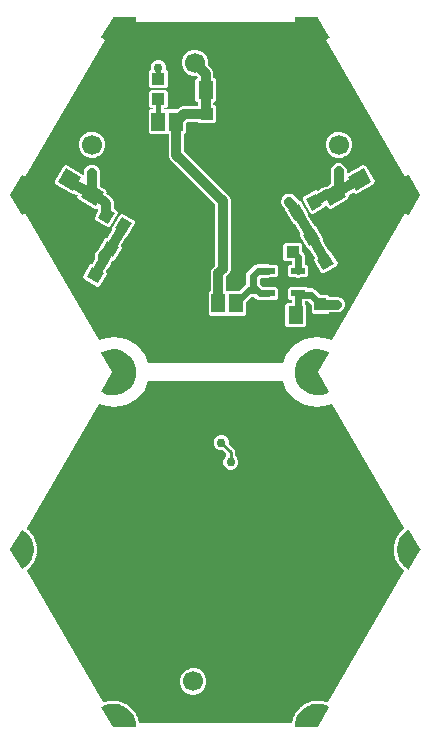
<source format=gbr>
G04 EAGLE Gerber RS-274X export*
G75*
%MOMM*%
%FSLAX34Y34*%
%LPD*%
%INBottom Copper*%
%IPPOS*%
%AMOC8*
5,1,8,0,0,1.08239X$1,22.5*%
G01*
%ADD10C,1.000000*%
%ADD11C,1.700000*%
%ADD12R,1.100000X1.000000*%
%ADD13R,1.300000X1.500000*%
%ADD14R,1.168400X1.600200*%
%ADD15R,1.000000X1.100000*%
%ADD16R,1.200000X0.550000*%
%ADD17C,0.756400*%
%ADD18C,0.254000*%
%ADD19C,0.406400*%
%ADD20C,0.812800*%
%ADD21C,0.609600*%

G36*
X387206Y503044D02*
X387206Y503044D01*
X387224Y503041D01*
X387304Y503063D01*
X387385Y503080D01*
X387400Y503090D01*
X387417Y503094D01*
X387482Y503146D01*
X387551Y503192D01*
X387561Y503207D01*
X387575Y503218D01*
X387634Y503320D01*
X387660Y503360D01*
X387662Y503367D01*
X387666Y503374D01*
X390168Y510250D01*
X396843Y518204D01*
X405836Y523396D01*
X416062Y525199D01*
X426288Y523396D01*
X428326Y522220D01*
X428331Y522218D01*
X428335Y522215D01*
X428426Y522186D01*
X428516Y522156D01*
X428521Y522156D01*
X428526Y522155D01*
X428621Y522164D01*
X428716Y522170D01*
X428720Y522173D01*
X428726Y522173D01*
X428810Y522218D01*
X428894Y522261D01*
X428898Y522265D01*
X428902Y522268D01*
X429019Y522405D01*
X491120Y629972D01*
X493616Y628249D01*
X493643Y628238D01*
X493665Y628219D01*
X493734Y628199D01*
X493799Y628171D01*
X493828Y628171D01*
X493856Y628163D01*
X493927Y628171D01*
X493998Y628171D01*
X494025Y628182D01*
X494054Y628185D01*
X494116Y628220D01*
X494181Y628248D01*
X494202Y628268D01*
X494227Y628283D01*
X494290Y628360D01*
X494320Y628390D01*
X494324Y628400D01*
X494333Y628411D01*
X503833Y644911D01*
X503843Y644943D01*
X503852Y644956D01*
X503856Y644980D01*
X503857Y644984D01*
X503888Y645054D01*
X503888Y645078D01*
X503896Y645100D01*
X503890Y645176D01*
X503891Y645253D01*
X503881Y645277D01*
X503880Y645298D01*
X503859Y645337D01*
X503833Y645409D01*
X494333Y661909D01*
X494314Y661931D01*
X494301Y661957D01*
X494248Y662005D01*
X494201Y662058D01*
X494175Y662071D01*
X494154Y662090D01*
X494086Y662113D01*
X494022Y662144D01*
X493993Y662146D01*
X493966Y662155D01*
X493894Y662150D01*
X493823Y662153D01*
X493796Y662143D01*
X493767Y662141D01*
X493677Y662099D01*
X493637Y662084D01*
X493629Y662077D01*
X493616Y662071D01*
X491120Y660348D01*
X423815Y776928D01*
X426553Y778227D01*
X426577Y778245D01*
X426604Y778255D01*
X426656Y778304D01*
X426713Y778347D01*
X426727Y778372D01*
X426748Y778392D01*
X426777Y778457D01*
X426812Y778519D01*
X426816Y778547D01*
X426828Y778574D01*
X426828Y778645D01*
X426837Y778716D01*
X426829Y778744D01*
X426830Y778773D01*
X426795Y778866D01*
X426783Y778907D01*
X426776Y778916D01*
X426771Y778929D01*
X417232Y795406D01*
X417181Y795463D01*
X417136Y795525D01*
X417116Y795537D01*
X417100Y795555D01*
X417031Y795588D01*
X416965Y795627D01*
X416939Y795631D01*
X416921Y795640D01*
X416876Y795642D01*
X416801Y795655D01*
X397761Y795678D01*
X397733Y795672D01*
X397704Y795674D01*
X397636Y795652D01*
X397566Y795638D01*
X397542Y795622D01*
X397515Y795613D01*
X397461Y795566D01*
X397402Y795526D01*
X397387Y795502D01*
X397365Y795483D01*
X397333Y795418D01*
X397295Y795358D01*
X397290Y795330D01*
X397277Y795304D01*
X397269Y795204D01*
X397262Y795162D01*
X397264Y795152D01*
X397263Y795138D01*
X397507Y792119D01*
X262893Y792119D01*
X263137Y795138D01*
X263134Y795167D01*
X263138Y795195D01*
X263122Y795265D01*
X263113Y795336D01*
X263099Y795361D01*
X263092Y795389D01*
X263050Y795446D01*
X263014Y795508D01*
X262991Y795526D01*
X262974Y795549D01*
X262913Y795585D01*
X262856Y795628D01*
X262828Y795635D01*
X262803Y795650D01*
X262704Y795667D01*
X262663Y795677D01*
X262652Y795675D01*
X262639Y795678D01*
X243599Y795655D01*
X243524Y795639D01*
X243448Y795631D01*
X243427Y795620D01*
X243405Y795615D01*
X243341Y795571D01*
X243274Y795534D01*
X243258Y795514D01*
X243241Y795502D01*
X243217Y795465D01*
X243168Y795406D01*
X233629Y778929D01*
X233619Y778901D01*
X233603Y778877D01*
X233588Y778808D01*
X233565Y778740D01*
X233567Y778711D01*
X233561Y778683D01*
X233575Y778613D01*
X233580Y778542D01*
X233594Y778516D01*
X233599Y778488D01*
X233639Y778428D01*
X233672Y778365D01*
X233694Y778347D01*
X233710Y778323D01*
X233792Y778265D01*
X233825Y778238D01*
X233835Y778235D01*
X233847Y778227D01*
X236585Y776928D01*
X169280Y660348D01*
X166784Y662071D01*
X166757Y662082D01*
X166735Y662101D01*
X166666Y662121D01*
X166601Y662149D01*
X166572Y662149D01*
X166544Y662157D01*
X166473Y662149D01*
X166402Y662150D01*
X166375Y662138D01*
X166346Y662135D01*
X166284Y662100D01*
X166219Y662072D01*
X166198Y662052D01*
X166173Y662037D01*
X166110Y661960D01*
X166080Y661930D01*
X166076Y661920D01*
X166067Y661909D01*
X156567Y645409D01*
X156543Y645336D01*
X156512Y645266D01*
X156512Y645242D01*
X156504Y645220D01*
X156511Y645144D01*
X156510Y645067D01*
X156519Y645043D01*
X156520Y645022D01*
X156541Y644983D01*
X156560Y644931D01*
X156561Y644925D01*
X156563Y644923D01*
X156567Y644911D01*
X166067Y628411D01*
X166086Y628389D01*
X166099Y628363D01*
X166152Y628315D01*
X166199Y628262D01*
X166225Y628249D01*
X166247Y628230D01*
X166314Y628207D01*
X166378Y628176D01*
X166407Y628175D01*
X166434Y628165D01*
X166506Y628170D01*
X166577Y628167D01*
X166604Y628177D01*
X166633Y628179D01*
X166723Y628221D01*
X166763Y628236D01*
X166771Y628243D01*
X166784Y628249D01*
X169280Y629972D01*
X231381Y522405D01*
X231385Y522402D01*
X231387Y522397D01*
X231451Y522326D01*
X231514Y522255D01*
X231519Y522253D01*
X231522Y522249D01*
X231608Y522209D01*
X231694Y522168D01*
X231700Y522168D01*
X231704Y522165D01*
X231799Y522162D01*
X231895Y522157D01*
X231900Y522159D01*
X231905Y522159D01*
X232074Y522220D01*
X234112Y523396D01*
X244338Y525199D01*
X254564Y523396D01*
X263557Y518204D01*
X270232Y510250D01*
X272734Y503374D01*
X272744Y503359D01*
X272748Y503341D01*
X272796Y503274D01*
X272839Y503203D01*
X272853Y503192D01*
X272864Y503178D01*
X272934Y503134D01*
X273001Y503086D01*
X273019Y503082D01*
X273034Y503072D01*
X273150Y503051D01*
X273197Y503040D01*
X273204Y503042D01*
X273211Y503040D01*
X387189Y503040D01*
X387206Y503044D01*
G37*
G36*
X394556Y198210D02*
X394556Y198210D01*
X394601Y198209D01*
X394653Y198229D01*
X394708Y198240D01*
X394745Y198266D01*
X394788Y198282D01*
X394828Y198322D01*
X394874Y198353D01*
X394898Y198391D01*
X394931Y198423D01*
X394957Y198480D01*
X394983Y198521D01*
X394989Y198553D01*
X395004Y198587D01*
X395021Y198656D01*
X395023Y198693D01*
X395034Y198737D01*
X395111Y199707D01*
X395198Y199781D01*
X395240Y199834D01*
X395289Y199882D01*
X395303Y199915D01*
X395322Y199939D01*
X395335Y199987D01*
X395362Y200046D01*
X395545Y200794D01*
X395548Y200862D01*
X395560Y200929D01*
X395552Y200964D01*
X395554Y200994D01*
X395536Y201041D01*
X395523Y201105D01*
X395480Y201211D01*
X395861Y202107D01*
X395868Y202144D01*
X395886Y202184D01*
X396118Y203129D01*
X396216Y203189D01*
X396266Y203235D01*
X396321Y203274D01*
X396341Y203304D01*
X396363Y203325D01*
X396384Y203370D01*
X396420Y203424D01*
X396721Y204133D01*
X396735Y204199D01*
X396757Y204263D01*
X396755Y204300D01*
X396761Y204330D01*
X396752Y204378D01*
X396749Y204443D01*
X396723Y204555D01*
X397242Y205378D01*
X397256Y205413D01*
X397280Y205451D01*
X397661Y206346D01*
X397767Y206389D01*
X397824Y206426D01*
X397884Y206456D01*
X397909Y206483D01*
X397934Y206499D01*
X397962Y206541D01*
X398006Y206589D01*
X398417Y207240D01*
X398441Y207304D01*
X398473Y207363D01*
X398477Y207399D01*
X398488Y207428D01*
X398487Y207477D01*
X398494Y207542D01*
X398487Y207656D01*
X399131Y208386D01*
X399150Y208418D01*
X399180Y208451D01*
X399700Y209274D01*
X399811Y209299D01*
X399873Y209327D01*
X399938Y209346D01*
X399966Y209369D01*
X399994Y209381D01*
X400028Y209418D01*
X400079Y209458D01*
X400589Y210035D01*
X400623Y210094D01*
X400664Y210147D01*
X400672Y210174D01*
X400681Y210188D01*
X400683Y210196D01*
X400690Y210209D01*
X400696Y210258D01*
X400714Y210321D01*
X400725Y210435D01*
X401478Y211051D01*
X401502Y211080D01*
X401537Y211108D01*
X402182Y211837D01*
X402296Y211844D01*
X402361Y211861D01*
X402428Y211870D01*
X402460Y211887D01*
X402490Y211895D01*
X402529Y211926D01*
X402586Y211958D01*
X403182Y212445D01*
X403225Y212498D01*
X403274Y212544D01*
X403289Y212577D01*
X403309Y212600D01*
X403323Y212648D01*
X403351Y212707D01*
X403380Y212818D01*
X404222Y213305D01*
X404250Y213330D01*
X404289Y213352D01*
X405042Y213968D01*
X405157Y213957D01*
X405224Y213963D01*
X405292Y213961D01*
X405325Y213974D01*
X405356Y213977D01*
X405400Y214000D01*
X405461Y214023D01*
X406127Y214408D01*
X406178Y214453D01*
X406234Y214491D01*
X406255Y214521D01*
X406278Y214541D01*
X406299Y214586D01*
X406336Y214640D01*
X406383Y214744D01*
X407292Y215090D01*
X407324Y215110D01*
X407366Y215126D01*
X408208Y215613D01*
X408319Y215583D01*
X408387Y215579D01*
X408453Y215566D01*
X408489Y215573D01*
X408519Y215571D01*
X408566Y215588D01*
X408630Y215600D01*
X409350Y215873D01*
X409407Y215910D01*
X409469Y215938D01*
X409493Y215964D01*
X409519Y215980D01*
X409548Y216021D01*
X409593Y216068D01*
X409656Y216164D01*
X410609Y216360D01*
X410643Y216374D01*
X410688Y216383D01*
X411597Y216729D01*
X411701Y216682D01*
X411767Y216667D01*
X411831Y216643D01*
X411867Y216644D01*
X411897Y216638D01*
X411946Y216646D01*
X412011Y216648D01*
X412766Y216803D01*
X412828Y216829D01*
X412893Y216847D01*
X412922Y216869D01*
X412950Y216881D01*
X412985Y216917D01*
X413037Y216956D01*
X413114Y217040D01*
X414086Y217081D01*
X414123Y217090D01*
X414167Y217091D01*
X415121Y217286D01*
X415216Y217223D01*
X415279Y217198D01*
X415338Y217165D01*
X415374Y217160D01*
X415402Y217148D01*
X415452Y217149D01*
X415517Y217140D01*
X416286Y217172D01*
X416352Y217188D01*
X416419Y217196D01*
X416451Y217212D01*
X416481Y217220D01*
X416521Y217249D01*
X416578Y217280D01*
X416668Y217351D01*
X417635Y217235D01*
X417672Y217238D01*
X417716Y217231D01*
X418688Y217272D01*
X418773Y217194D01*
X418831Y217159D01*
X418883Y217117D01*
X418918Y217106D01*
X418944Y217090D01*
X418993Y217083D01*
X419056Y217064D01*
X419820Y216972D01*
X419847Y216974D01*
X419874Y216969D01*
X419882Y216969D01*
X419916Y216976D01*
X419955Y216974D01*
X419989Y216985D01*
X420020Y216988D01*
X420049Y217003D01*
X420079Y217009D01*
X420099Y217022D01*
X420126Y217031D01*
X420226Y217087D01*
X421161Y216817D01*
X421198Y216814D01*
X421241Y216801D01*
X422207Y216685D01*
X422278Y216595D01*
X422330Y216551D01*
X422375Y216501D01*
X422407Y216485D01*
X422431Y216465D01*
X422478Y216450D01*
X422537Y216421D01*
X423276Y216207D01*
X423344Y216202D01*
X423410Y216188D01*
X423446Y216193D01*
X423476Y216191D01*
X423523Y216206D01*
X423588Y216217D01*
X423696Y216256D01*
X424575Y215840D01*
X424612Y215831D01*
X424652Y215811D01*
X424750Y215782D01*
X424795Y215779D01*
X424837Y215765D01*
X424893Y215771D01*
X424950Y215766D01*
X424992Y215780D01*
X425037Y215784D01*
X425087Y215811D01*
X425140Y215828D01*
X425174Y215858D01*
X425214Y215879D01*
X425255Y215927D01*
X425292Y215960D01*
X425306Y215988D01*
X425330Y216016D01*
X489607Y327350D01*
X489621Y327393D01*
X489645Y327431D01*
X489653Y327487D01*
X489671Y327540D01*
X489668Y327585D01*
X489674Y327630D01*
X489660Y327684D01*
X489656Y327740D01*
X489636Y327780D01*
X489625Y327824D01*
X489587Y327875D01*
X489565Y327919D01*
X489541Y327939D01*
X489519Y327970D01*
X489477Y328010D01*
X489445Y328030D01*
X489413Y328062D01*
X488613Y328615D01*
X488592Y328728D01*
X488567Y328790D01*
X488550Y328856D01*
X488529Y328885D01*
X488518Y328914D01*
X488483Y328949D01*
X488444Y329002D01*
X487885Y329540D01*
X487827Y329576D01*
X487775Y329620D01*
X487741Y329631D01*
X487715Y329647D01*
X487666Y329656D01*
X487604Y329676D01*
X487491Y329692D01*
X486906Y330470D01*
X486879Y330495D01*
X486852Y330531D01*
X486150Y331205D01*
X486148Y331320D01*
X486133Y331386D01*
X486127Y331453D01*
X486111Y331486D01*
X486105Y331516D01*
X486076Y331556D01*
X486047Y331614D01*
X485580Y332235D01*
X485530Y332280D01*
X485485Y332331D01*
X485453Y332348D01*
X485430Y332368D01*
X485383Y332384D01*
X485326Y332415D01*
X485216Y332449D01*
X484764Y333310D01*
X484740Y333339D01*
X484720Y333379D01*
X484136Y334157D01*
X484152Y334271D01*
X484148Y334338D01*
X484153Y334406D01*
X484142Y334440D01*
X484140Y334471D01*
X484118Y334516D01*
X484099Y334578D01*
X483738Y335265D01*
X483695Y335318D01*
X483660Y335375D01*
X483631Y335397D01*
X483612Y335421D01*
X483568Y335444D01*
X483515Y335483D01*
X483413Y335534D01*
X483105Y336457D01*
X483086Y336490D01*
X483073Y336533D01*
X482621Y337394D01*
X482655Y337504D01*
X482662Y337571D01*
X482677Y337637D01*
X482672Y337672D01*
X482675Y337703D01*
X482661Y337751D01*
X482652Y337815D01*
X482406Y338552D01*
X482372Y338610D01*
X482346Y338673D01*
X482321Y338699D01*
X482306Y338725D01*
X482266Y338756D01*
X482221Y338803D01*
X482128Y338869D01*
X481972Y339830D01*
X481959Y339865D01*
X481952Y339909D01*
X481644Y340832D01*
X481695Y340935D01*
X481713Y341000D01*
X481739Y341063D01*
X481740Y341099D01*
X481748Y341128D01*
X481741Y341177D01*
X481742Y341243D01*
X481618Y342009D01*
X481594Y342073D01*
X481579Y342138D01*
X481558Y342168D01*
X481547Y342197D01*
X481513Y342233D01*
X481476Y342286D01*
X481395Y342367D01*
X481395Y343341D01*
X481387Y343377D01*
X481388Y343422D01*
X481232Y344382D01*
X481299Y344475D01*
X481327Y344537D01*
X481363Y344595D01*
X481369Y344630D01*
X481382Y344658D01*
X481383Y344708D01*
X481395Y344772D01*
X481395Y345548D01*
X481381Y345615D01*
X481377Y345682D01*
X481361Y345715D01*
X481355Y345745D01*
X481327Y345786D01*
X481299Y345845D01*
X481232Y345938D01*
X481388Y346898D01*
X481387Y346935D01*
X481395Y346979D01*
X481395Y347953D01*
X481476Y348034D01*
X481513Y348090D01*
X481558Y348141D01*
X481570Y348175D01*
X481587Y348201D01*
X481596Y348249D01*
X481618Y348311D01*
X481742Y349077D01*
X481740Y349145D01*
X481746Y349212D01*
X481736Y349247D01*
X481735Y349278D01*
X481714Y349323D01*
X481695Y349385D01*
X481644Y349488D01*
X481952Y350411D01*
X481957Y350448D01*
X481972Y350490D01*
X482128Y351451D01*
X482221Y351517D01*
X482267Y351567D01*
X482319Y351610D01*
X482336Y351642D01*
X482357Y351664D01*
X482374Y351711D01*
X482406Y351768D01*
X482652Y352505D01*
X482660Y352572D01*
X482677Y352638D01*
X482672Y352673D01*
X482676Y352704D01*
X482663Y352752D01*
X482655Y352816D01*
X482621Y352926D01*
X483073Y353787D01*
X483083Y353823D01*
X483105Y353863D01*
X483413Y354786D01*
X483515Y354837D01*
X483569Y354878D01*
X483627Y354913D01*
X483649Y354941D01*
X483674Y354960D01*
X483698Y355003D01*
X483738Y355055D01*
X484099Y355742D01*
X484104Y355760D01*
X484109Y355769D01*
X484114Y355794D01*
X484118Y355807D01*
X484145Y355869D01*
X484146Y355905D01*
X484155Y355935D01*
X484149Y355984D01*
X484152Y356049D01*
X484136Y356163D01*
X484720Y356941D01*
X484736Y356974D01*
X484764Y357010D01*
X485216Y357871D01*
X485326Y357905D01*
X485385Y357938D01*
X485448Y357962D01*
X485475Y357987D01*
X485501Y358002D01*
X485532Y358041D01*
X485580Y358085D01*
X486047Y358706D01*
X486076Y358767D01*
X486113Y358823D01*
X486120Y358859D01*
X486133Y358886D01*
X486135Y358936D01*
X486148Y359000D01*
X486150Y359115D01*
X486852Y359789D01*
X486873Y359819D01*
X486906Y359850D01*
X487491Y360628D01*
X487604Y360644D01*
X487668Y360666D01*
X487735Y360681D01*
X487764Y360700D01*
X487793Y360711D01*
X487830Y360744D01*
X487885Y360780D01*
X488444Y361318D01*
X488483Y361374D01*
X488529Y361424D01*
X488541Y361458D01*
X488559Y361483D01*
X488569Y361531D01*
X488592Y361592D01*
X488613Y361705D01*
X489413Y362258D01*
X489439Y362285D01*
X489477Y362310D01*
X489519Y362350D01*
X489544Y362387D01*
X489578Y362417D01*
X489601Y362469D01*
X489633Y362515D01*
X489643Y362559D01*
X489661Y362600D01*
X489663Y362656D01*
X489675Y362711D01*
X489666Y362755D01*
X489668Y362800D01*
X489646Y362860D01*
X489637Y362908D01*
X489620Y362934D01*
X489607Y362970D01*
X428897Y468125D01*
X428894Y468128D01*
X428892Y468133D01*
X428828Y468203D01*
X428765Y468275D01*
X428760Y468277D01*
X428757Y468281D01*
X428670Y468321D01*
X428584Y468362D01*
X428579Y468362D01*
X428574Y468365D01*
X428480Y468368D01*
X428384Y468373D01*
X428379Y468371D01*
X428374Y468371D01*
X428204Y468310D01*
X426288Y467204D01*
X416062Y465401D01*
X405836Y467204D01*
X396843Y472396D01*
X390168Y480350D01*
X387573Y487480D01*
X387564Y487495D01*
X387560Y487513D01*
X387512Y487580D01*
X387469Y487651D01*
X387454Y487662D01*
X387444Y487676D01*
X387373Y487720D01*
X387306Y487769D01*
X387289Y487773D01*
X387274Y487782D01*
X387158Y487803D01*
X387111Y487814D01*
X387104Y487813D01*
X387096Y487814D01*
X273304Y487814D01*
X273286Y487810D01*
X273269Y487813D01*
X273189Y487791D01*
X273107Y487774D01*
X273092Y487764D01*
X273075Y487760D01*
X273010Y487708D01*
X272941Y487662D01*
X272932Y487647D01*
X272918Y487636D01*
X272858Y487534D01*
X272832Y487494D01*
X272831Y487487D01*
X272827Y487480D01*
X270232Y480350D01*
X263557Y472396D01*
X254564Y467204D01*
X244338Y465401D01*
X234112Y467204D01*
X232196Y468310D01*
X232191Y468312D01*
X232187Y468315D01*
X232096Y468344D01*
X232006Y468374D01*
X232000Y468374D01*
X231995Y468375D01*
X231901Y468366D01*
X231806Y468360D01*
X231801Y468357D01*
X231796Y468357D01*
X231711Y468311D01*
X231627Y468269D01*
X231624Y468265D01*
X231619Y468262D01*
X231503Y468125D01*
X170793Y362970D01*
X170779Y362927D01*
X170755Y362888D01*
X170747Y362833D01*
X170729Y362780D01*
X170732Y362735D01*
X170726Y362690D01*
X170740Y362636D01*
X170744Y362580D01*
X170764Y362540D01*
X170775Y362496D01*
X170813Y362445D01*
X170835Y362401D01*
X170859Y362380D01*
X170881Y362350D01*
X170923Y362310D01*
X170955Y362290D01*
X170987Y362258D01*
X171787Y361705D01*
X171808Y361592D01*
X171833Y361530D01*
X171850Y361464D01*
X171871Y361435D01*
X171882Y361406D01*
X171917Y361371D01*
X171956Y361318D01*
X172515Y360780D01*
X172573Y360744D01*
X172625Y360700D01*
X172659Y360689D01*
X172685Y360673D01*
X172734Y360664D01*
X172796Y360644D01*
X172909Y360628D01*
X173494Y359850D01*
X173521Y359825D01*
X173548Y359789D01*
X174250Y359115D01*
X174252Y359000D01*
X174267Y358934D01*
X174273Y358867D01*
X174289Y358834D01*
X174295Y358804D01*
X174324Y358764D01*
X174353Y358706D01*
X174820Y358085D01*
X174870Y358040D01*
X174915Y357989D01*
X174947Y357972D01*
X174970Y357952D01*
X175017Y357936D01*
X175074Y357905D01*
X175184Y357871D01*
X175636Y357010D01*
X175660Y356981D01*
X175680Y356941D01*
X176264Y356163D01*
X176248Y356049D01*
X176252Y355982D01*
X176247Y355914D01*
X176258Y355880D01*
X176260Y355849D01*
X176282Y355804D01*
X176298Y355753D01*
X176299Y355750D01*
X176299Y355749D01*
X176301Y355742D01*
X176662Y355055D01*
X176705Y355002D01*
X176740Y354945D01*
X176769Y354923D01*
X176788Y354899D01*
X176832Y354876D01*
X176885Y354837D01*
X176987Y354786D01*
X177295Y353863D01*
X177314Y353830D01*
X177327Y353787D01*
X177779Y352926D01*
X177745Y352816D01*
X177738Y352749D01*
X177723Y352683D01*
X177728Y352648D01*
X177725Y352617D01*
X177739Y352569D01*
X177748Y352505D01*
X177994Y351768D01*
X178028Y351710D01*
X178054Y351647D01*
X178079Y351621D01*
X178094Y351595D01*
X178134Y351564D01*
X178179Y351517D01*
X178272Y351451D01*
X178428Y350490D01*
X178441Y350455D01*
X178448Y350411D01*
X178756Y349488D01*
X178705Y349385D01*
X178687Y349320D01*
X178661Y349257D01*
X178660Y349221D01*
X178652Y349192D01*
X178659Y349143D01*
X178658Y349077D01*
X178782Y348311D01*
X178806Y348247D01*
X178821Y348182D01*
X178842Y348152D01*
X178853Y348123D01*
X178887Y348087D01*
X178924Y348034D01*
X179005Y347953D01*
X179005Y346979D01*
X179013Y346943D01*
X179012Y346898D01*
X179168Y345938D01*
X179101Y345845D01*
X179073Y345783D01*
X179037Y345726D01*
X179031Y345690D01*
X179018Y345662D01*
X179017Y345612D01*
X179005Y345548D01*
X179005Y344772D01*
X179019Y344705D01*
X179023Y344638D01*
X179039Y344605D01*
X179045Y344575D01*
X179073Y344534D01*
X179101Y344475D01*
X179168Y344382D01*
X179012Y343422D01*
X179013Y343385D01*
X179005Y343341D01*
X179005Y342367D01*
X178924Y342286D01*
X178887Y342230D01*
X178842Y342179D01*
X178830Y342145D01*
X178813Y342119D01*
X178804Y342071D01*
X178782Y342009D01*
X178658Y341243D01*
X178660Y341175D01*
X178654Y341108D01*
X178664Y341073D01*
X178665Y341042D01*
X178686Y340997D01*
X178705Y340935D01*
X178756Y340832D01*
X178448Y339909D01*
X178443Y339872D01*
X178428Y339830D01*
X178272Y338869D01*
X178179Y338803D01*
X178133Y338753D01*
X178081Y338710D01*
X178064Y338678D01*
X178043Y338656D01*
X178026Y338609D01*
X177994Y338552D01*
X177748Y337815D01*
X177740Y337748D01*
X177723Y337682D01*
X177728Y337647D01*
X177724Y337616D01*
X177737Y337568D01*
X177745Y337504D01*
X177779Y337394D01*
X177327Y336533D01*
X177317Y336497D01*
X177295Y336457D01*
X176987Y335534D01*
X176885Y335483D01*
X176831Y335442D01*
X176773Y335407D01*
X176751Y335379D01*
X176726Y335360D01*
X176702Y335317D01*
X176662Y335265D01*
X176301Y334578D01*
X176282Y334513D01*
X176255Y334451D01*
X176254Y334415D01*
X176245Y334385D01*
X176251Y334336D01*
X176248Y334271D01*
X176264Y334157D01*
X175680Y333379D01*
X175664Y333346D01*
X175636Y333310D01*
X175184Y332449D01*
X175074Y332415D01*
X175015Y332382D01*
X174952Y332358D01*
X174925Y332333D01*
X174899Y332318D01*
X174868Y332279D01*
X174820Y332235D01*
X174353Y331614D01*
X174324Y331553D01*
X174287Y331497D01*
X174280Y331461D01*
X174267Y331434D01*
X174265Y331384D01*
X174252Y331320D01*
X174250Y331205D01*
X173548Y330531D01*
X173527Y330501D01*
X173494Y330470D01*
X172909Y329692D01*
X172796Y329676D01*
X172732Y329654D01*
X172665Y329639D01*
X172636Y329620D01*
X172607Y329609D01*
X172570Y329576D01*
X172515Y329540D01*
X171956Y329002D01*
X171917Y328946D01*
X171871Y328896D01*
X171859Y328862D01*
X171841Y328837D01*
X171831Y328789D01*
X171808Y328728D01*
X171787Y328615D01*
X170987Y328062D01*
X170961Y328035D01*
X170923Y328010D01*
X170881Y327970D01*
X170856Y327933D01*
X170822Y327903D01*
X170799Y327851D01*
X170767Y327805D01*
X170757Y327761D01*
X170739Y327720D01*
X170737Y327664D01*
X170725Y327609D01*
X170734Y327565D01*
X170732Y327520D01*
X170754Y327460D01*
X170763Y327412D01*
X170780Y327386D01*
X170793Y327350D01*
X235070Y216016D01*
X235100Y215983D01*
X235121Y215943D01*
X235165Y215908D01*
X235203Y215866D01*
X235243Y215846D01*
X235278Y215818D01*
X235332Y215803D01*
X235383Y215779D01*
X235428Y215776D01*
X235471Y215764D01*
X235534Y215771D01*
X235583Y215768D01*
X235613Y215779D01*
X235650Y215782D01*
X235748Y215811D01*
X235781Y215828D01*
X235825Y215840D01*
X236704Y216256D01*
X236812Y216217D01*
X236879Y216207D01*
X236944Y216189D01*
X236980Y216193D01*
X237011Y216188D01*
X237059Y216201D01*
X237124Y216207D01*
X237863Y216421D01*
X237924Y216452D01*
X237987Y216475D01*
X238014Y216499D01*
X238041Y216513D01*
X238073Y216551D01*
X238122Y216595D01*
X238193Y216685D01*
X239159Y216801D01*
X239194Y216813D01*
X239239Y216817D01*
X240174Y217087D01*
X240274Y217031D01*
X240310Y217020D01*
X240341Y217001D01*
X240373Y216995D01*
X240400Y216982D01*
X240436Y216980D01*
X240465Y216971D01*
X240492Y216974D01*
X240518Y216969D01*
X240526Y216969D01*
X240549Y216974D01*
X240580Y216972D01*
X241344Y217064D01*
X241409Y217085D01*
X241475Y217098D01*
X241506Y217117D01*
X241535Y217127D01*
X241572Y217159D01*
X241627Y217194D01*
X241712Y217272D01*
X242684Y217231D01*
X242721Y217237D01*
X242765Y217235D01*
X243732Y217351D01*
X243822Y217280D01*
X243882Y217249D01*
X243938Y217211D01*
X243973Y217203D01*
X244001Y217190D01*
X244050Y217186D01*
X244114Y217172D01*
X244883Y217140D01*
X244950Y217151D01*
X245018Y217153D01*
X245051Y217167D01*
X245081Y217172D01*
X245124Y217198D01*
X245184Y217223D01*
X245279Y217286D01*
X246233Y217091D01*
X246270Y217091D01*
X246314Y217081D01*
X247286Y217040D01*
X247363Y216956D01*
X247418Y216916D01*
X247467Y216870D01*
X247501Y216856D01*
X247525Y216838D01*
X247574Y216827D01*
X247635Y216803D01*
X248389Y216648D01*
X248457Y216648D01*
X248524Y216639D01*
X248559Y216647D01*
X248589Y216647D01*
X248635Y216666D01*
X248698Y216682D01*
X248803Y216729D01*
X249712Y216383D01*
X249749Y216377D01*
X249791Y216360D01*
X250744Y216164D01*
X250807Y216068D01*
X250855Y216020D01*
X250896Y215966D01*
X250927Y215948D01*
X250948Y215926D01*
X250994Y215907D01*
X251050Y215873D01*
X251770Y215600D01*
X251837Y215588D01*
X251901Y215569D01*
X251937Y215572D01*
X251968Y215567D01*
X252016Y215578D01*
X252081Y215584D01*
X252192Y215613D01*
X253034Y215126D01*
X253069Y215114D01*
X253108Y215090D01*
X254017Y214744D01*
X254064Y214640D01*
X254103Y214585D01*
X254135Y214525D01*
X254163Y214501D01*
X254180Y214477D01*
X254223Y214451D01*
X254273Y214408D01*
X254939Y214023D01*
X255003Y214001D01*
X255064Y213971D01*
X255100Y213968D01*
X255129Y213958D01*
X255178Y213962D01*
X255243Y213957D01*
X255358Y213968D01*
X256111Y213352D01*
X256143Y213334D01*
X256178Y213305D01*
X257020Y212818D01*
X257049Y212707D01*
X257079Y212646D01*
X257101Y212582D01*
X257125Y212555D01*
X257138Y212527D01*
X257176Y212495D01*
X257218Y212445D01*
X257814Y211958D01*
X257874Y211926D01*
X257929Y211887D01*
X257964Y211878D01*
X257991Y211864D01*
X258041Y211859D01*
X258104Y211844D01*
X258218Y211837D01*
X258863Y211108D01*
X258893Y211085D01*
X258922Y211051D01*
X259675Y210435D01*
X259686Y210321D01*
X259706Y210256D01*
X259717Y210189D01*
X259725Y210176D01*
X259727Y210169D01*
X259737Y210154D01*
X259745Y210129D01*
X259777Y210091D01*
X259811Y210035D01*
X260321Y209458D01*
X260375Y209417D01*
X260423Y209370D01*
X260456Y209356D01*
X260480Y209337D01*
X260529Y209325D01*
X260589Y209299D01*
X260700Y209274D01*
X261220Y208451D01*
X261245Y208424D01*
X261269Y208386D01*
X261913Y207656D01*
X261906Y207542D01*
X261915Y207475D01*
X261916Y207407D01*
X261929Y207374D01*
X261933Y207344D01*
X261959Y207301D01*
X261983Y207240D01*
X262394Y206589D01*
X262441Y206540D01*
X262481Y206485D01*
X262511Y206466D01*
X262532Y206444D01*
X262578Y206424D01*
X262633Y206389D01*
X262739Y206346D01*
X263120Y205451D01*
X263141Y205420D01*
X263158Y205378D01*
X263677Y204555D01*
X263651Y204443D01*
X263650Y204376D01*
X263639Y204309D01*
X263647Y204274D01*
X263646Y204243D01*
X263665Y204197D01*
X263679Y204133D01*
X263980Y203424D01*
X264018Y203368D01*
X264049Y203308D01*
X264076Y203284D01*
X264093Y203259D01*
X264135Y203232D01*
X264184Y203189D01*
X264282Y203129D01*
X264514Y202184D01*
X264530Y202151D01*
X264539Y202107D01*
X264920Y201211D01*
X264877Y201105D01*
X264865Y201038D01*
X264843Y200974D01*
X264846Y200938D01*
X264840Y200908D01*
X264851Y200859D01*
X264855Y200794D01*
X265038Y200046D01*
X265067Y199985D01*
X265087Y199921D01*
X265110Y199893D01*
X265123Y199865D01*
X265160Y199832D01*
X265202Y199781D01*
X265289Y199707D01*
X265366Y198737D01*
X265376Y198701D01*
X265379Y198656D01*
X265396Y198587D01*
X265415Y198546D01*
X265425Y198502D01*
X265457Y198456D01*
X265481Y198406D01*
X265515Y198375D01*
X265541Y198339D01*
X265588Y198309D01*
X265630Y198272D01*
X265673Y198257D01*
X265711Y198233D01*
X265773Y198222D01*
X265819Y198205D01*
X265851Y198207D01*
X265888Y198201D01*
X394512Y198201D01*
X394556Y198210D01*
G37*
%LPC*%
G36*
X325846Y543178D02*
X325846Y543178D01*
X324357Y544667D01*
X324357Y562773D01*
X325987Y564403D01*
X325991Y564409D01*
X325997Y564414D01*
X326046Y564493D01*
X326098Y564570D01*
X326099Y564578D01*
X326103Y564584D01*
X326135Y564762D01*
X326135Y580434D01*
X327141Y582861D01*
X329797Y585517D01*
X329801Y585524D01*
X329807Y585528D01*
X329856Y585607D01*
X329908Y585684D01*
X329909Y585692D01*
X329913Y585699D01*
X329945Y585876D01*
X329945Y637134D01*
X329944Y637142D01*
X329945Y637150D01*
X329924Y637239D01*
X329906Y637331D01*
X329901Y637337D01*
X329899Y637345D01*
X329797Y637493D01*
X291581Y675709D01*
X290575Y678136D01*
X290575Y696348D01*
X290574Y696356D01*
X290575Y696364D01*
X290554Y696454D01*
X290536Y696545D01*
X290531Y696552D01*
X290529Y696559D01*
X290427Y696707D01*
X289919Y697215D01*
X289914Y697218D01*
X289911Y697222D01*
X289831Y697274D01*
X289752Y697326D01*
X289747Y697327D01*
X289742Y697330D01*
X289648Y697346D01*
X289555Y697364D01*
X289550Y697363D01*
X289545Y697364D01*
X289452Y697342D01*
X289359Y697322D01*
X289355Y697319D01*
X289349Y697318D01*
X289201Y697215D01*
X288834Y696848D01*
X275046Y696848D01*
X273557Y698337D01*
X273557Y716443D01*
X275046Y717932D01*
X276860Y717932D01*
X276865Y717933D01*
X276870Y717932D01*
X276963Y717953D01*
X277057Y717971D01*
X277061Y717974D01*
X277066Y717975D01*
X277144Y718031D01*
X277222Y718084D01*
X277225Y718088D01*
X277229Y718091D01*
X277280Y718173D01*
X277332Y718252D01*
X277332Y718257D01*
X277335Y718262D01*
X277367Y718439D01*
X277367Y718782D01*
X277366Y718787D01*
X277367Y718792D01*
X277346Y718885D01*
X277328Y718979D01*
X277325Y718983D01*
X277324Y718988D01*
X277268Y719066D01*
X277215Y719144D01*
X277211Y719147D01*
X277208Y719151D01*
X277126Y719202D01*
X277047Y719254D01*
X277042Y719254D01*
X277037Y719257D01*
X276860Y719289D01*
X275388Y719289D01*
X273899Y720778D01*
X273899Y732882D01*
X275388Y734371D01*
X288492Y734371D01*
X289981Y732882D01*
X289981Y720778D01*
X288492Y719289D01*
X287020Y719289D01*
X287015Y719288D01*
X287010Y719289D01*
X286917Y719268D01*
X286823Y719250D01*
X286819Y719247D01*
X286814Y719246D01*
X286736Y719190D01*
X286658Y719137D01*
X286655Y719133D01*
X286651Y719130D01*
X286600Y719048D01*
X286548Y718969D01*
X286548Y718964D01*
X286545Y718959D01*
X286513Y718782D01*
X286513Y718439D01*
X286514Y718434D01*
X286513Y718429D01*
X286534Y718336D01*
X286552Y718242D01*
X286555Y718238D01*
X286556Y718233D01*
X286612Y718155D01*
X286665Y718077D01*
X286669Y718074D01*
X286672Y718070D01*
X286754Y718019D01*
X286833Y717967D01*
X286838Y717967D01*
X286843Y717964D01*
X287020Y717932D01*
X288834Y717932D01*
X289201Y717565D01*
X289206Y717562D01*
X289209Y717558D01*
X289289Y717507D01*
X289368Y717454D01*
X289373Y717453D01*
X289378Y717450D01*
X289472Y717434D01*
X289565Y717416D01*
X289570Y717417D01*
X289576Y717416D01*
X289668Y717438D01*
X289761Y717458D01*
X289766Y717461D01*
X289771Y717462D01*
X289919Y717565D01*
X290286Y717932D01*
X298171Y717932D01*
X298179Y717933D01*
X298187Y717932D01*
X298277Y717953D01*
X298368Y717971D01*
X298374Y717976D01*
X298382Y717978D01*
X298530Y718080D01*
X299789Y719339D01*
X300600Y719675D01*
X300601Y719675D01*
X300601Y719676D01*
X301825Y720183D01*
X302216Y720345D01*
X314858Y720345D01*
X314863Y720346D01*
X314868Y720345D01*
X314961Y720366D01*
X315055Y720384D01*
X315059Y720387D01*
X315064Y720388D01*
X315142Y720444D01*
X315220Y720497D01*
X315223Y720501D01*
X315227Y720504D01*
X315278Y720586D01*
X315330Y720665D01*
X315330Y720670D01*
X315333Y720675D01*
X315365Y720852D01*
X315365Y723512D01*
X315364Y723517D01*
X315365Y723522D01*
X315344Y723615D01*
X315326Y723709D01*
X315323Y723713D01*
X315322Y723718D01*
X315266Y723796D01*
X315213Y723874D01*
X315209Y723877D01*
X315206Y723881D01*
X315124Y723932D01*
X315045Y723984D01*
X315040Y723984D01*
X315035Y723987D01*
X314858Y724019D01*
X314418Y724019D01*
X312929Y725508D01*
X312929Y742612D01*
X314418Y744101D01*
X314858Y744101D01*
X314863Y744102D01*
X314868Y744101D01*
X314961Y744122D01*
X315055Y744140D01*
X315059Y744143D01*
X315064Y744144D01*
X315142Y744200D01*
X315220Y744253D01*
X315223Y744257D01*
X315227Y744260D01*
X315278Y744342D01*
X315330Y744421D01*
X315330Y744426D01*
X315333Y744431D01*
X315365Y744608D01*
X315365Y744974D01*
X315364Y744982D01*
X315365Y744990D01*
X315344Y745079D01*
X315326Y745171D01*
X315321Y745177D01*
X315319Y745185D01*
X315217Y745333D01*
X314549Y746001D01*
X314542Y746005D01*
X314538Y746011D01*
X314459Y746060D01*
X314382Y746112D01*
X314374Y746113D01*
X314367Y746117D01*
X314190Y746149D01*
X310504Y746149D01*
X306446Y747830D01*
X303340Y750936D01*
X301659Y754994D01*
X301659Y759386D01*
X303340Y763444D01*
X306446Y766550D01*
X307170Y766850D01*
X308394Y767357D01*
X308395Y767357D01*
X309619Y767864D01*
X310504Y768231D01*
X314896Y768231D01*
X318954Y766550D01*
X322060Y763444D01*
X323741Y759386D01*
X323741Y755700D01*
X323742Y755692D01*
X323741Y755684D01*
X323762Y755595D01*
X323780Y755503D01*
X323785Y755497D01*
X323787Y755489D01*
X323889Y755341D01*
X327569Y751661D01*
X328575Y749234D01*
X328575Y744608D01*
X328576Y744603D01*
X328575Y744598D01*
X328596Y744504D01*
X328614Y744411D01*
X328617Y744407D01*
X328618Y744402D01*
X328674Y744324D01*
X328727Y744246D01*
X328731Y744243D01*
X328734Y744239D01*
X328816Y744188D01*
X328895Y744136D01*
X328900Y744136D01*
X328905Y744133D01*
X329082Y744101D01*
X329522Y744101D01*
X331011Y742612D01*
X331011Y725508D01*
X329522Y724019D01*
X329082Y724019D01*
X329077Y724018D01*
X329072Y724019D01*
X328979Y723998D01*
X328885Y723980D01*
X328881Y723977D01*
X328876Y723976D01*
X328798Y723920D01*
X328720Y723867D01*
X328717Y723863D01*
X328713Y723860D01*
X328662Y723778D01*
X328610Y723699D01*
X328610Y723694D01*
X328607Y723689D01*
X328575Y723512D01*
X328575Y721788D01*
X328576Y721783D01*
X328575Y721778D01*
X328596Y721685D01*
X328614Y721591D01*
X328617Y721587D01*
X328618Y721582D01*
X328674Y721504D01*
X328727Y721426D01*
X328731Y721423D01*
X328734Y721419D01*
X328816Y721368D01*
X328895Y721316D01*
X328900Y721316D01*
X328905Y721313D01*
X329082Y721281D01*
X329522Y721281D01*
X331011Y719792D01*
X331011Y707688D01*
X329522Y706199D01*
X316418Y706199D01*
X315630Y706987D01*
X315624Y706991D01*
X315619Y706997D01*
X315540Y707046D01*
X315463Y707098D01*
X315455Y707099D01*
X315449Y707103D01*
X315271Y707135D01*
X306476Y707135D01*
X306468Y707134D01*
X306460Y707135D01*
X306371Y707114D01*
X306279Y707096D01*
X306273Y707091D01*
X306265Y707089D01*
X306117Y706987D01*
X305711Y706581D01*
X305707Y706574D01*
X305701Y706570D01*
X305652Y706491D01*
X305600Y706414D01*
X305599Y706406D01*
X305595Y706399D01*
X305563Y706222D01*
X305563Y698337D01*
X303933Y696707D01*
X303929Y696701D01*
X303923Y696696D01*
X303874Y696617D01*
X303822Y696540D01*
X303821Y696532D01*
X303817Y696526D01*
X303785Y696348D01*
X303785Y682396D01*
X303786Y682388D01*
X303785Y682380D01*
X303806Y682291D01*
X303824Y682199D01*
X303829Y682193D01*
X303831Y682185D01*
X303933Y682037D01*
X342149Y643821D01*
X343155Y641394D01*
X343155Y581616D01*
X342149Y579189D01*
X339493Y576533D01*
X339489Y576526D01*
X339483Y576522D01*
X339434Y576443D01*
X339382Y576366D01*
X339381Y576358D01*
X339377Y576351D01*
X339345Y576174D01*
X339345Y564762D01*
X339346Y564754D01*
X339345Y564746D01*
X339366Y564656D01*
X339384Y564565D01*
X339389Y564558D01*
X339391Y564551D01*
X339493Y564403D01*
X340001Y563895D01*
X340006Y563892D01*
X340009Y563888D01*
X340089Y563837D01*
X340168Y563784D01*
X340173Y563783D01*
X340178Y563780D01*
X340272Y563764D01*
X340365Y563746D01*
X340370Y563747D01*
X340376Y563746D01*
X340468Y563768D01*
X340561Y563788D01*
X340566Y563791D01*
X340571Y563792D01*
X340719Y563895D01*
X341086Y564262D01*
X350408Y564262D01*
X350416Y564263D01*
X350423Y564262D01*
X350513Y564283D01*
X350604Y564301D01*
X350611Y564306D01*
X350619Y564308D01*
X350767Y564410D01*
X355609Y569253D01*
X356048Y569435D01*
X356054Y569438D01*
X356060Y569440D01*
X356137Y569494D01*
X356215Y569546D01*
X356218Y569552D01*
X356223Y569556D01*
X356273Y569636D01*
X356325Y569714D01*
X356326Y569720D01*
X356329Y569726D01*
X356361Y569903D01*
X356361Y577692D01*
X357212Y579746D01*
X363204Y585738D01*
X363261Y585761D01*
X363261Y585762D01*
X364486Y586269D01*
X365258Y586589D01*
X375462Y586589D01*
X376088Y586329D01*
X376097Y586328D01*
X376105Y586323D01*
X376282Y586291D01*
X381402Y586291D01*
X382891Y584802D01*
X382891Y577198D01*
X381402Y575709D01*
X376282Y575709D01*
X376273Y575707D01*
X376264Y575709D01*
X376088Y575671D01*
X376086Y575670D01*
X376085Y575670D01*
X375766Y575537D01*
X375462Y575411D01*
X368895Y575411D01*
X368887Y575410D01*
X368880Y575411D01*
X368790Y575390D01*
X368699Y575372D01*
X368692Y575367D01*
X368684Y575365D01*
X368536Y575263D01*
X367687Y574414D01*
X367686Y574412D01*
X367684Y574410D01*
X367681Y574406D01*
X367677Y574403D01*
X367628Y574324D01*
X367576Y574247D01*
X367576Y574244D01*
X367575Y574242D01*
X367574Y574237D01*
X367571Y574232D01*
X367539Y574055D01*
X367539Y570215D01*
X367540Y570207D01*
X367539Y570200D01*
X367560Y570110D01*
X367578Y570019D01*
X367583Y570012D01*
X367585Y570004D01*
X367687Y569856D01*
X369806Y567737D01*
X369813Y567733D01*
X369817Y567727D01*
X369896Y567678D01*
X369973Y567626D01*
X369981Y567625D01*
X369988Y567621D01*
X370165Y567589D01*
X375462Y567589D01*
X376088Y567329D01*
X376097Y567328D01*
X376105Y567323D01*
X376282Y567291D01*
X381402Y567291D01*
X382891Y565802D01*
X382891Y558198D01*
X381402Y556709D01*
X376282Y556709D01*
X376273Y556707D01*
X376264Y556709D01*
X376088Y556671D01*
X376086Y556670D01*
X376085Y556670D01*
X375462Y556411D01*
X366528Y556411D01*
X364474Y557262D01*
X362959Y558778D01*
X362952Y558782D01*
X362948Y558788D01*
X362869Y558837D01*
X362792Y558889D01*
X362784Y558890D01*
X362777Y558894D01*
X362600Y558926D01*
X361300Y558926D01*
X361292Y558925D01*
X361285Y558926D01*
X361195Y558905D01*
X361104Y558887D01*
X361097Y558882D01*
X361089Y558880D01*
X360941Y558778D01*
X356511Y554348D01*
X356507Y554341D01*
X356501Y554337D01*
X356452Y554258D01*
X356400Y554181D01*
X356399Y554173D01*
X356395Y554166D01*
X356363Y553989D01*
X356363Y544667D01*
X354874Y543178D01*
X341086Y543178D01*
X340719Y543545D01*
X340714Y543548D01*
X340711Y543552D01*
X340631Y543604D01*
X340552Y543656D01*
X340547Y543657D01*
X340542Y543660D01*
X340448Y543676D01*
X340355Y543694D01*
X340350Y543693D01*
X340345Y543694D01*
X340252Y543672D01*
X340159Y543652D01*
X340155Y543649D01*
X340149Y543648D01*
X340001Y543545D01*
X339634Y543178D01*
X325846Y543178D01*
G37*
%LPD*%
%LPC*%
G36*
X228487Y623883D02*
X228487Y623883D01*
X227942Y625916D01*
X231076Y631344D01*
X231090Y631384D01*
X231112Y631420D01*
X231124Y631486D01*
X231140Y631534D01*
X231138Y631564D01*
X231144Y631598D01*
X231144Y633678D01*
X231130Y633748D01*
X231124Y633819D01*
X231110Y633845D01*
X231104Y633874D01*
X231064Y633933D01*
X231031Y633997D01*
X231008Y634016D01*
X230992Y634040D01*
X230932Y634079D01*
X230877Y634125D01*
X230849Y634133D01*
X230824Y634149D01*
X230753Y634162D01*
X230685Y634183D01*
X230653Y634180D01*
X230627Y634185D01*
X230576Y634174D01*
X230506Y634168D01*
X228616Y633662D01*
X213803Y642214D01*
X213258Y644247D01*
X213419Y644526D01*
X213422Y644533D01*
X213427Y644540D01*
X213453Y644628D01*
X213483Y644716D01*
X213483Y644724D01*
X213485Y644732D01*
X213475Y644823D01*
X213468Y644916D01*
X213465Y644923D01*
X213464Y644931D01*
X213420Y645012D01*
X213378Y645094D01*
X213371Y645099D01*
X213367Y645107D01*
X213229Y645221D01*
X210854Y646557D01*
X210849Y646558D01*
X210846Y646562D01*
X210754Y646589D01*
X210663Y646619D01*
X210658Y646618D01*
X210654Y646620D01*
X210474Y646605D01*
X209566Y646362D01*
X194753Y654914D01*
X194208Y656947D01*
X201761Y670028D01*
X203794Y670573D01*
X218430Y662122D01*
X218466Y662111D01*
X218497Y662090D01*
X218560Y662079D01*
X218620Y662058D01*
X218658Y662061D01*
X218694Y662055D01*
X218757Y662068D01*
X218820Y662073D01*
X218853Y662090D01*
X218890Y662098D01*
X218942Y662135D01*
X218999Y662164D01*
X219023Y662193D01*
X219053Y662214D01*
X219087Y662268D01*
X219128Y662317D01*
X219140Y662353D01*
X219159Y662384D01*
X219172Y662457D01*
X219188Y662508D01*
X219186Y662533D01*
X219191Y662562D01*
X219191Y665524D01*
X220197Y667951D01*
X222055Y669809D01*
X222431Y669965D01*
X223655Y670472D01*
X224482Y670815D01*
X227110Y670815D01*
X229537Y669809D01*
X231395Y667951D01*
X232401Y665524D01*
X232401Y652648D01*
X232415Y652575D01*
X232422Y652502D01*
X232435Y652478D01*
X232440Y652452D01*
X232482Y652390D01*
X232517Y652325D01*
X232539Y652306D01*
X232553Y652286D01*
X232598Y652257D01*
X232654Y652209D01*
X237657Y649321D01*
X238202Y647287D01*
X237878Y646727D01*
X237846Y646631D01*
X237814Y646537D01*
X237824Y646405D01*
X237829Y646337D01*
X237876Y646245D01*
X237920Y646158D01*
X238055Y646039D01*
X238520Y645758D01*
X238553Y645747D01*
X238588Y645724D01*
X239306Y645427D01*
X239623Y645109D01*
X239667Y645080D01*
X239720Y645034D01*
X240104Y644802D01*
X240565Y644176D01*
X240590Y644153D01*
X240614Y644118D01*
X243348Y641384D01*
X244354Y638957D01*
X244354Y633584D01*
X244368Y633512D01*
X244375Y633438D01*
X244388Y633414D01*
X244393Y633388D01*
X244435Y633327D01*
X244470Y633261D01*
X244492Y633243D01*
X244506Y633222D01*
X244551Y633193D01*
X244607Y633145D01*
X247011Y631757D01*
X247555Y629724D01*
X241003Y618375D01*
X238970Y617830D01*
X228487Y623883D01*
G37*
%LPD*%
%LPC*%
G36*
X410507Y629805D02*
X410507Y629805D01*
X403955Y641154D01*
X404499Y643187D01*
X414982Y649240D01*
X416651Y648793D01*
X416661Y648792D01*
X416670Y648788D01*
X416760Y648786D01*
X416851Y648780D01*
X416860Y648783D01*
X416870Y648783D01*
X417039Y648846D01*
X420696Y650999D01*
X420736Y651035D01*
X420797Y651077D01*
X421086Y651366D01*
X421841Y651679D01*
X421868Y651697D01*
X421904Y651711D01*
X422608Y652125D01*
X423013Y652182D01*
X423063Y652200D01*
X423136Y652216D01*
X423514Y652372D01*
X424082Y652372D01*
X424124Y652380D01*
X424166Y652379D01*
X424229Y652402D01*
X424279Y652412D01*
X424303Y652428D01*
X424336Y652440D01*
X427746Y654408D01*
X427801Y654457D01*
X427861Y654500D01*
X427876Y654523D01*
X427896Y654541D01*
X427928Y654608D01*
X427967Y654670D01*
X427972Y654699D01*
X427983Y654721D01*
X427986Y654775D01*
X427999Y654848D01*
X427999Y666794D01*
X429005Y669221D01*
X430863Y671079D01*
X431846Y671487D01*
X431847Y671487D01*
X433071Y671994D01*
X433290Y672085D01*
X435918Y672085D01*
X438345Y671079D01*
X440203Y669221D01*
X441209Y666794D01*
X441209Y663295D01*
X441216Y663258D01*
X441214Y663221D01*
X441236Y663161D01*
X441248Y663098D01*
X441269Y663068D01*
X441282Y663032D01*
X441325Y662985D01*
X441361Y662933D01*
X441392Y662912D01*
X441417Y662885D01*
X441476Y662858D01*
X441529Y662823D01*
X441566Y662817D01*
X441600Y662801D01*
X441663Y662799D01*
X441726Y662788D01*
X441763Y662796D01*
X441800Y662795D01*
X441870Y662820D01*
X441922Y662831D01*
X441942Y662846D01*
X441970Y662856D01*
X455336Y670573D01*
X457369Y670028D01*
X464922Y656947D01*
X464377Y654914D01*
X449564Y646362D01*
X447531Y646906D01*
X447353Y647213D01*
X447349Y647219D01*
X447346Y647226D01*
X447282Y647294D01*
X447221Y647364D01*
X447214Y647367D01*
X447209Y647372D01*
X447124Y647410D01*
X447040Y647451D01*
X447033Y647451D01*
X447026Y647454D01*
X446933Y647457D01*
X446840Y647461D01*
X446833Y647459D01*
X446826Y647459D01*
X446657Y647397D01*
X443251Y645393D01*
X443249Y645391D01*
X443246Y645390D01*
X443173Y645323D01*
X443102Y645260D01*
X443100Y645257D01*
X443098Y645255D01*
X443057Y645166D01*
X443016Y645078D01*
X443016Y645075D01*
X443014Y645072D01*
X443011Y644975D01*
X443007Y644878D01*
X443008Y644875D01*
X443008Y644872D01*
X443069Y644702D01*
X443332Y644247D01*
X442787Y642214D01*
X427974Y633662D01*
X425941Y634206D01*
X424358Y636948D01*
X424356Y636950D01*
X424355Y636952D01*
X424289Y637025D01*
X424225Y637098D01*
X424223Y637100D01*
X424221Y637101D01*
X424133Y637143D01*
X424045Y637186D01*
X424042Y637186D01*
X424040Y637187D01*
X423943Y637191D01*
X423845Y637196D01*
X423842Y637195D01*
X423839Y637195D01*
X423748Y637161D01*
X423656Y637128D01*
X423654Y637127D01*
X423652Y637126D01*
X423580Y637059D01*
X423508Y636993D01*
X423507Y636990D01*
X423505Y636989D01*
X423428Y636826D01*
X423023Y635313D01*
X412540Y629260D01*
X410507Y629805D01*
G37*
%LPD*%
%LPC*%
G36*
X419730Y579420D02*
X419730Y579420D01*
X413677Y589903D01*
X414149Y591662D01*
X414149Y591670D01*
X414152Y591677D01*
X414155Y591769D01*
X414161Y591862D01*
X414159Y591869D01*
X414159Y591877D01*
X414119Y591988D01*
X414113Y592015D01*
X414106Y592025D01*
X414098Y592047D01*
X409731Y599610D01*
X409726Y599616D01*
X409723Y599623D01*
X409660Y599691D01*
X409599Y599760D01*
X409592Y599764D01*
X409586Y599769D01*
X409423Y599846D01*
X407665Y600317D01*
X401612Y610800D01*
X402050Y612434D01*
X402051Y612445D01*
X402055Y612455D01*
X402057Y612544D01*
X402063Y612634D01*
X402059Y612644D01*
X402059Y612655D01*
X401999Y612816D01*
X401997Y612823D01*
X401996Y612824D01*
X397292Y620752D01*
X397289Y620755D01*
X397287Y620760D01*
X397221Y620830D01*
X397158Y620901D01*
X397153Y620903D01*
X397150Y620906D01*
X396987Y620983D01*
X395785Y621305D01*
X389232Y632654D01*
X389260Y632759D01*
X389262Y632791D01*
X389273Y632822D01*
X389269Y632884D01*
X389273Y632906D01*
X389270Y632919D01*
X389273Y632959D01*
X389262Y632990D01*
X389260Y633022D01*
X389236Y633073D01*
X389229Y633102D01*
X389217Y633120D01*
X389207Y633148D01*
X389193Y633164D01*
X389183Y633185D01*
X386551Y636870D01*
X385958Y639430D01*
X386390Y642022D01*
X387781Y644251D01*
X389919Y645778D01*
X392479Y646371D01*
X395071Y645939D01*
X397300Y644548D01*
X399857Y640967D01*
X399919Y640910D01*
X399976Y640849D01*
X399992Y640841D01*
X400004Y640830D01*
X400057Y640811D01*
X400139Y640772D01*
X402293Y640195D01*
X408845Y628846D01*
X408591Y627895D01*
X408590Y627884D01*
X408586Y627874D01*
X408584Y627785D01*
X408578Y627695D01*
X408582Y627685D01*
X408582Y627674D01*
X408642Y627513D01*
X408644Y627506D01*
X408645Y627505D01*
X413349Y619577D01*
X413352Y619574D01*
X413354Y619569D01*
X413419Y619499D01*
X413483Y619429D01*
X413488Y619427D01*
X413491Y619423D01*
X413654Y619346D01*
X415539Y618841D01*
X421592Y608358D01*
X421120Y606599D01*
X421120Y606592D01*
X421117Y606584D01*
X421114Y606492D01*
X421108Y606399D01*
X421110Y606392D01*
X421110Y606384D01*
X421171Y606215D01*
X425538Y598652D01*
X425543Y598646D01*
X425546Y598638D01*
X425594Y598587D01*
X425626Y598541D01*
X425646Y598529D01*
X425670Y598501D01*
X425677Y598498D01*
X425683Y598492D01*
X425776Y598448D01*
X425797Y598435D01*
X425807Y598433D01*
X425846Y598415D01*
X427604Y597944D01*
X433657Y587461D01*
X433112Y585428D01*
X421763Y578875D01*
X419730Y579420D01*
G37*
%LPD*%
%LPC*%
G36*
X390568Y533519D02*
X390568Y533519D01*
X389079Y535008D01*
X389079Y552112D01*
X390568Y553601D01*
X394254Y553601D01*
X394259Y553602D01*
X394264Y553601D01*
X394357Y553622D01*
X394451Y553640D01*
X394455Y553643D01*
X394460Y553644D01*
X394538Y553700D01*
X394616Y553753D01*
X394619Y553757D01*
X394623Y553760D01*
X394674Y553842D01*
X394726Y553921D01*
X394726Y553926D01*
X394729Y553931D01*
X394761Y554108D01*
X394761Y556202D01*
X394760Y556207D01*
X394761Y556212D01*
X394740Y556305D01*
X394722Y556399D01*
X394719Y556403D01*
X394718Y556408D01*
X394662Y556486D01*
X394609Y556564D01*
X394605Y556567D01*
X394602Y556571D01*
X394520Y556622D01*
X394441Y556674D01*
X394436Y556674D01*
X394431Y556677D01*
X394254Y556709D01*
X393298Y556709D01*
X391809Y558198D01*
X391809Y565802D01*
X393298Y567291D01*
X398418Y567291D01*
X398427Y567293D01*
X398436Y567291D01*
X398612Y567329D01*
X398614Y567330D01*
X398615Y567330D01*
X399025Y567500D01*
X399025Y567501D01*
X399238Y567589D01*
X401462Y567589D01*
X402088Y567329D01*
X402097Y567328D01*
X402105Y567323D01*
X402282Y567291D01*
X407402Y567291D01*
X408226Y566467D01*
X408232Y566463D01*
X408237Y566457D01*
X408316Y566408D01*
X408393Y566356D01*
X408401Y566355D01*
X408407Y566351D01*
X408585Y566319D01*
X412322Y566319D01*
X414376Y565468D01*
X418814Y561029D01*
X418821Y561025D01*
X418825Y561019D01*
X418904Y560970D01*
X418981Y560918D01*
X418989Y560917D01*
X418996Y560913D01*
X419173Y560881D01*
X425152Y560881D01*
X426702Y559331D01*
X426740Y559278D01*
X426793Y559200D01*
X426797Y559197D01*
X426800Y559193D01*
X426882Y559142D01*
X426961Y559090D01*
X426966Y559090D01*
X426971Y559087D01*
X427148Y559055D01*
X434384Y559055D01*
X436811Y558049D01*
X438669Y556191D01*
X439675Y553764D01*
X439675Y551136D01*
X438669Y548709D01*
X436811Y546851D01*
X436264Y546624D01*
X435039Y546117D01*
X434384Y545845D01*
X426409Y545845D01*
X426401Y545844D01*
X426393Y545845D01*
X426303Y545824D01*
X426212Y545806D01*
X426205Y545801D01*
X426198Y545799D01*
X426050Y545697D01*
X425152Y544799D01*
X413048Y544799D01*
X411559Y546288D01*
X411559Y552267D01*
X411558Y552275D01*
X411559Y552282D01*
X411538Y552372D01*
X411520Y552463D01*
X411515Y552470D01*
X411513Y552478D01*
X411411Y552626D01*
X409044Y554993D01*
X409037Y554997D01*
X409033Y555003D01*
X408954Y555052D01*
X408877Y555104D01*
X408869Y555105D01*
X408862Y555109D01*
X408685Y555141D01*
X406446Y555141D01*
X406441Y555140D01*
X406436Y555141D01*
X406343Y555120D01*
X406249Y555102D01*
X406245Y555099D01*
X406240Y555098D01*
X406162Y555042D01*
X406084Y554989D01*
X406081Y554985D01*
X406077Y554982D01*
X406026Y554900D01*
X405974Y554821D01*
X405974Y554816D01*
X405971Y554811D01*
X405939Y554634D01*
X405939Y553545D01*
X405940Y553537D01*
X405939Y553529D01*
X405960Y553439D01*
X405978Y553348D01*
X405983Y553341D01*
X405985Y553334D01*
X406087Y553186D01*
X407161Y552112D01*
X407161Y535008D01*
X405672Y533519D01*
X390568Y533519D01*
G37*
%LPD*%
%LPC*%
G36*
X218884Y574226D02*
X218884Y574226D01*
X218339Y576259D01*
X224392Y586742D01*
X226150Y587213D01*
X226157Y587217D01*
X226165Y587217D01*
X226247Y587261D01*
X226330Y587302D01*
X226335Y587308D01*
X226342Y587312D01*
X226458Y587449D01*
X228398Y590810D01*
X228412Y590850D01*
X228434Y590886D01*
X228446Y590952D01*
X228462Y590999D01*
X228460Y591029D01*
X228466Y591063D01*
X228466Y594871D01*
X229472Y597298D01*
X231825Y599652D01*
X231855Y599697D01*
X231906Y599757D01*
X237092Y608739D01*
X238845Y609209D01*
X238852Y609212D01*
X238860Y609213D01*
X238941Y609257D01*
X239024Y609298D01*
X239030Y609304D01*
X239037Y609308D01*
X239153Y609445D01*
X242904Y615950D01*
X242906Y615957D01*
X242911Y615963D01*
X242938Y616052D01*
X242968Y616140D01*
X242967Y616148D01*
X242969Y616155D01*
X242954Y616335D01*
X242665Y617416D01*
X249217Y628765D01*
X251250Y629310D01*
X261733Y623257D01*
X262278Y621224D01*
X255726Y609875D01*
X254655Y609588D01*
X254648Y609585D01*
X254640Y609584D01*
X254559Y609540D01*
X254476Y609499D01*
X254471Y609493D01*
X254464Y609489D01*
X254347Y609352D01*
X250596Y602847D01*
X250594Y602840D01*
X250589Y602834D01*
X250562Y602745D01*
X250533Y602657D01*
X250533Y602649D01*
X250531Y602642D01*
X250546Y602463D01*
X251019Y600698D01*
X244966Y590215D01*
X243208Y589744D01*
X243201Y589740D01*
X243193Y589740D01*
X243111Y589696D01*
X243028Y589655D01*
X243023Y589649D01*
X243016Y589645D01*
X242900Y589508D01*
X241744Y587505D01*
X241730Y587465D01*
X241708Y587429D01*
X241696Y587363D01*
X241680Y587315D01*
X241682Y587286D01*
X241676Y587252D01*
X241676Y587163D01*
X240670Y584736D01*
X239474Y583539D01*
X239443Y583493D01*
X239393Y583434D01*
X237898Y580845D01*
X237896Y580837D01*
X237891Y580831D01*
X237864Y580743D01*
X237834Y580655D01*
X237835Y580647D01*
X237832Y580639D01*
X237847Y580460D01*
X238319Y578701D01*
X232266Y568218D01*
X230233Y567673D01*
X218884Y574226D01*
G37*
%LPD*%
G36*
X417569Y475645D02*
X417569Y475645D01*
X417616Y475643D01*
X420654Y476008D01*
X420686Y476019D01*
X420732Y476024D01*
X423672Y476872D01*
X423702Y476888D01*
X423748Y476900D01*
X426514Y478209D01*
X426536Y478226D01*
X426563Y478236D01*
X426615Y478285D01*
X426673Y478328D01*
X426687Y478353D01*
X426708Y478372D01*
X426737Y478438D01*
X426773Y478500D01*
X426776Y478528D01*
X426788Y478554D01*
X426789Y478626D01*
X426798Y478697D01*
X426790Y478724D01*
X426791Y478753D01*
X426755Y478848D01*
X426744Y478888D01*
X426737Y478897D01*
X426733Y478909D01*
X417376Y495160D01*
X426733Y511411D01*
X426742Y511438D01*
X426758Y511462D01*
X426773Y511532D01*
X426796Y511600D01*
X426793Y511628D01*
X426799Y511656D01*
X426786Y511727D01*
X426780Y511798D01*
X426767Y511823D01*
X426761Y511851D01*
X426721Y511911D01*
X426688Y511974D01*
X426666Y511992D01*
X426650Y512016D01*
X426567Y512074D01*
X426535Y512101D01*
X426524Y512104D01*
X426514Y512111D01*
X423748Y513420D01*
X423715Y513428D01*
X423672Y513448D01*
X420732Y514296D01*
X420698Y514299D01*
X420654Y514312D01*
X417616Y514677D01*
X417582Y514674D01*
X417535Y514680D01*
X414478Y514553D01*
X414445Y514545D01*
X414398Y514544D01*
X411401Y513928D01*
X411370Y513915D01*
X411324Y513906D01*
X408464Y512817D01*
X408436Y512799D01*
X408392Y512783D01*
X405744Y511249D01*
X405718Y511227D01*
X405678Y511204D01*
X403310Y509266D01*
X403288Y509239D01*
X403252Y509210D01*
X401225Y506917D01*
X401209Y506888D01*
X401177Y506853D01*
X399545Y504265D01*
X399533Y504233D01*
X399508Y504194D01*
X398312Y501377D01*
X398305Y501344D01*
X398302Y501337D01*
X398298Y501331D01*
X398297Y501325D01*
X398286Y501301D01*
X397558Y498329D01*
X397556Y498295D01*
X397545Y498250D01*
X397302Y495200D01*
X397306Y495171D01*
X397301Y495143D01*
X397303Y495133D01*
X397302Y495120D01*
X397545Y492070D01*
X397554Y492038D01*
X397558Y491991D01*
X398286Y489019D01*
X398301Y488988D01*
X398312Y488943D01*
X399508Y486126D01*
X399527Y486098D01*
X399545Y486055D01*
X401177Y483467D01*
X401201Y483443D01*
X401225Y483403D01*
X403252Y481110D01*
X403279Y481090D01*
X403310Y481054D01*
X405678Y479116D01*
X405708Y479100D01*
X405744Y479071D01*
X408392Y477538D01*
X408424Y477527D01*
X408464Y477503D01*
X411324Y476415D01*
X411357Y476409D01*
X411401Y476392D01*
X414398Y475776D01*
X414432Y475776D01*
X414478Y475767D01*
X417535Y475640D01*
X417569Y475645D01*
G37*
G36*
X245922Y475767D02*
X245922Y475767D01*
X245955Y475775D01*
X246002Y475776D01*
X248999Y476392D01*
X249030Y476405D01*
X249076Y476415D01*
X251936Y477503D01*
X251965Y477521D01*
X252008Y477538D01*
X254656Y479071D01*
X254682Y479093D01*
X254723Y479116D01*
X257090Y481054D01*
X257112Y481081D01*
X257148Y481110D01*
X259175Y483403D01*
X259192Y483432D01*
X259223Y483467D01*
X260855Y486055D01*
X260867Y486087D01*
X260892Y486126D01*
X262088Y488943D01*
X262095Y488976D01*
X262114Y489019D01*
X262842Y491991D01*
X262844Y492025D01*
X262855Y492070D01*
X263098Y495120D01*
X263094Y495149D01*
X263099Y495177D01*
X263097Y495187D01*
X263098Y495200D01*
X262855Y498250D01*
X262846Y498282D01*
X262842Y498329D01*
X262114Y501301D01*
X262099Y501332D01*
X262088Y501377D01*
X260892Y504194D01*
X260873Y504222D01*
X260855Y504265D01*
X259223Y506853D01*
X259199Y506877D01*
X259175Y506917D01*
X257148Y509210D01*
X257121Y509230D01*
X257090Y509266D01*
X254723Y511204D01*
X254692Y511220D01*
X254656Y511249D01*
X252008Y512783D01*
X251976Y512793D01*
X251936Y512817D01*
X249076Y513906D01*
X249043Y513911D01*
X248999Y513928D01*
X246002Y514544D01*
X245968Y514544D01*
X245922Y514553D01*
X242865Y514680D01*
X242831Y514675D01*
X242784Y514677D01*
X239746Y514312D01*
X239714Y514301D01*
X239668Y514296D01*
X236728Y513448D01*
X236698Y513432D01*
X236653Y513420D01*
X233887Y512111D01*
X233864Y512094D01*
X233837Y512084D01*
X233785Y512035D01*
X233727Y511992D01*
X233713Y511967D01*
X233692Y511948D01*
X233663Y511882D01*
X233627Y511820D01*
X233624Y511792D01*
X233612Y511766D01*
X233611Y511694D01*
X233602Y511623D01*
X233610Y511596D01*
X233610Y511567D01*
X233645Y511472D01*
X233656Y511432D01*
X233663Y511423D01*
X233667Y511411D01*
X243024Y495160D01*
X233667Y478909D01*
X233658Y478882D01*
X233642Y478858D01*
X233627Y478788D01*
X233604Y478720D01*
X233607Y478692D01*
X233601Y478664D01*
X233615Y478594D01*
X233620Y478522D01*
X233633Y478497D01*
X233639Y478469D01*
X233679Y478409D01*
X233712Y478346D01*
X233734Y478328D01*
X233750Y478304D01*
X233833Y478246D01*
X233865Y478219D01*
X233876Y478216D01*
X233887Y478209D01*
X236653Y476900D01*
X236686Y476892D01*
X236728Y476872D01*
X239668Y476024D01*
X239702Y476021D01*
X239746Y476008D01*
X242784Y475643D01*
X242818Y475646D01*
X242865Y475640D01*
X245922Y475767D01*
G37*
%LPC*%
G36*
X399238Y575411D02*
X399238Y575411D01*
X398612Y575671D01*
X398603Y575672D01*
X398595Y575677D01*
X398418Y575709D01*
X393298Y575709D01*
X391809Y577198D01*
X391809Y584802D01*
X393298Y586291D01*
X394254Y586291D01*
X394259Y586292D01*
X394264Y586291D01*
X394357Y586312D01*
X394451Y586330D01*
X394455Y586333D01*
X394460Y586334D01*
X394538Y586390D01*
X394616Y586443D01*
X394619Y586447D01*
X394623Y586450D01*
X394674Y586532D01*
X394726Y586611D01*
X394726Y586616D01*
X394729Y586621D01*
X394761Y586798D01*
X394761Y588852D01*
X394760Y588857D01*
X394761Y588862D01*
X394740Y588955D01*
X394722Y589049D01*
X394719Y589053D01*
X394718Y589058D01*
X394662Y589136D01*
X394609Y589214D01*
X394605Y589217D01*
X394602Y589221D01*
X394520Y589272D01*
X394441Y589324D01*
X394436Y589324D01*
X394431Y589327D01*
X394254Y589359D01*
X389298Y589359D01*
X387809Y590848D01*
X387809Y602952D01*
X389298Y604441D01*
X402402Y604441D01*
X403891Y602952D01*
X403891Y596973D01*
X403892Y596965D01*
X403891Y596958D01*
X403912Y596868D01*
X403930Y596777D01*
X403935Y596770D01*
X403937Y596762D01*
X404039Y596614D01*
X405088Y595566D01*
X405939Y593512D01*
X405939Y586798D01*
X405940Y586793D01*
X405939Y586788D01*
X405960Y586695D01*
X405978Y586601D01*
X405981Y586597D01*
X405982Y586592D01*
X406038Y586514D01*
X406091Y586436D01*
X406095Y586433D01*
X406098Y586429D01*
X406180Y586378D01*
X406259Y586326D01*
X406264Y586326D01*
X406269Y586323D01*
X406446Y586291D01*
X407402Y586291D01*
X408891Y584802D01*
X408891Y577198D01*
X407402Y575709D01*
X402282Y575709D01*
X402273Y575707D01*
X402264Y575709D01*
X402088Y575671D01*
X402086Y575670D01*
X402085Y575670D01*
X401766Y575537D01*
X401462Y575411D01*
X399238Y575411D01*
G37*
%LPD*%
G36*
X493927Y328171D02*
X493927Y328171D01*
X493998Y328171D01*
X494025Y328182D01*
X494054Y328185D01*
X494116Y328220D01*
X494181Y328248D01*
X494202Y328268D01*
X494227Y328283D01*
X494290Y328360D01*
X494320Y328390D01*
X494324Y328400D01*
X494333Y328411D01*
X503833Y344911D01*
X503843Y344943D01*
X503852Y344956D01*
X503856Y344980D01*
X503857Y344984D01*
X503888Y345054D01*
X503888Y345078D01*
X503896Y345100D01*
X503890Y345176D01*
X503891Y345253D01*
X503881Y345277D01*
X503880Y345298D01*
X503859Y345337D01*
X503833Y345409D01*
X494333Y361909D01*
X494314Y361931D01*
X494301Y361957D01*
X494248Y362005D01*
X494201Y362058D01*
X494175Y362071D01*
X494154Y362090D01*
X494086Y362113D01*
X494022Y362144D01*
X493993Y362146D01*
X493966Y362155D01*
X493894Y362150D01*
X493823Y362153D01*
X493796Y362143D01*
X493767Y362141D01*
X493677Y362099D01*
X493637Y362084D01*
X493629Y362077D01*
X493616Y362071D01*
X491093Y360329D01*
X491069Y360305D01*
X491031Y360278D01*
X488819Y358154D01*
X488800Y358126D01*
X488766Y358094D01*
X486924Y355643D01*
X486910Y355612D01*
X486881Y355575D01*
X485456Y352860D01*
X485447Y352829D01*
X485431Y352804D01*
X485430Y352796D01*
X485425Y352786D01*
X484454Y349878D01*
X484450Y349844D01*
X484435Y349800D01*
X483943Y346773D01*
X483944Y346739D01*
X483936Y346693D01*
X483936Y343627D01*
X483937Y343623D01*
X483937Y343621D01*
X483943Y343594D01*
X483943Y343547D01*
X484435Y340520D01*
X484447Y340489D01*
X484454Y340442D01*
X485425Y337534D01*
X485442Y337505D01*
X485456Y337460D01*
X486881Y334745D01*
X486903Y334719D01*
X486924Y334677D01*
X488766Y332226D01*
X488791Y332203D01*
X488819Y332166D01*
X491031Y330042D01*
X491059Y330024D01*
X491093Y329991D01*
X493616Y328249D01*
X493643Y328238D01*
X493665Y328219D01*
X493734Y328199D01*
X493799Y328171D01*
X493828Y328171D01*
X493856Y328163D01*
X493927Y328171D01*
G37*
G36*
X166506Y328170D02*
X166506Y328170D01*
X166577Y328167D01*
X166604Y328177D01*
X166633Y328179D01*
X166723Y328221D01*
X166763Y328236D01*
X166771Y328243D01*
X166784Y328249D01*
X169307Y329991D01*
X169331Y330015D01*
X169369Y330042D01*
X171581Y332166D01*
X171600Y332194D01*
X171634Y332226D01*
X173476Y334677D01*
X173490Y334708D01*
X173519Y334745D01*
X174944Y337460D01*
X174953Y337493D01*
X174975Y337534D01*
X175946Y340442D01*
X175950Y340476D01*
X175965Y340520D01*
X176457Y343547D01*
X176456Y343581D01*
X176464Y343627D01*
X176464Y346693D01*
X176457Y346726D01*
X176457Y346773D01*
X175965Y349800D01*
X175953Y349831D01*
X175946Y349878D01*
X174975Y352786D01*
X174962Y352809D01*
X174956Y352834D01*
X174949Y352843D01*
X174944Y352860D01*
X173519Y355575D01*
X173497Y355601D01*
X173476Y355643D01*
X171634Y358094D01*
X171609Y358117D01*
X171581Y358154D01*
X169369Y360278D01*
X169341Y360296D01*
X169307Y360329D01*
X166784Y362071D01*
X166757Y362082D01*
X166735Y362101D01*
X166666Y362121D01*
X166601Y362149D01*
X166572Y362149D01*
X166544Y362157D01*
X166473Y362149D01*
X166402Y362150D01*
X166375Y362138D01*
X166346Y362135D01*
X166284Y362100D01*
X166219Y362072D01*
X166198Y362052D01*
X166173Y362037D01*
X166110Y361960D01*
X166080Y361930D01*
X166076Y361920D01*
X166067Y361909D01*
X156567Y345409D01*
X156543Y345336D01*
X156512Y345266D01*
X156512Y345242D01*
X156504Y345220D01*
X156511Y345144D01*
X156510Y345067D01*
X156519Y345043D01*
X156520Y345022D01*
X156541Y344983D01*
X156560Y344931D01*
X156561Y344925D01*
X156563Y344923D01*
X156567Y344911D01*
X166067Y328411D01*
X166086Y328389D01*
X166099Y328363D01*
X166152Y328315D01*
X166199Y328262D01*
X166225Y328249D01*
X166247Y328230D01*
X166314Y328207D01*
X166378Y328176D01*
X166407Y328175D01*
X166434Y328165D01*
X166506Y328170D01*
G37*
G36*
X416876Y194676D02*
X416876Y194676D01*
X416954Y194685D01*
X416973Y194696D01*
X416995Y194700D01*
X417059Y194744D01*
X417127Y194783D01*
X417143Y194802D01*
X417159Y194813D01*
X417183Y194851D01*
X417233Y194911D01*
X426733Y211411D01*
X426742Y211438D01*
X426758Y211462D01*
X426773Y211532D01*
X426796Y211600D01*
X426793Y211628D01*
X426799Y211656D01*
X426786Y211727D01*
X426780Y211798D01*
X426767Y211823D01*
X426761Y211851D01*
X426721Y211911D01*
X426688Y211974D01*
X426666Y211992D01*
X426650Y212016D01*
X426567Y212074D01*
X426535Y212101D01*
X426524Y212104D01*
X426514Y212111D01*
X423748Y213420D01*
X423715Y213428D01*
X423672Y213448D01*
X420732Y214296D01*
X420698Y214299D01*
X420654Y214312D01*
X417616Y214677D01*
X417582Y214674D01*
X417535Y214680D01*
X414478Y214553D01*
X414445Y214545D01*
X414398Y214544D01*
X411401Y213928D01*
X411370Y213915D01*
X411324Y213906D01*
X408464Y212817D01*
X408436Y212799D01*
X408392Y212783D01*
X405744Y211249D01*
X405718Y211227D01*
X405678Y211204D01*
X403310Y209266D01*
X403288Y209239D01*
X403252Y209210D01*
X401225Y206917D01*
X401209Y206888D01*
X401177Y206853D01*
X399545Y204265D01*
X399533Y204233D01*
X399508Y204194D01*
X398312Y201377D01*
X398305Y201344D01*
X398302Y201337D01*
X398298Y201331D01*
X398297Y201325D01*
X398286Y201301D01*
X397558Y198329D01*
X397556Y198295D01*
X397545Y198250D01*
X397302Y195200D01*
X397306Y195171D01*
X397301Y195143D01*
X397318Y195074D01*
X397326Y195002D01*
X397341Y194978D01*
X397347Y194950D01*
X397390Y194892D01*
X397426Y194830D01*
X397448Y194813D01*
X397465Y194790D01*
X397527Y194753D01*
X397584Y194710D01*
X397612Y194703D01*
X397636Y194688D01*
X397736Y194672D01*
X397777Y194661D01*
X397787Y194663D01*
X397800Y194661D01*
X416800Y194661D01*
X416876Y194676D01*
G37*
G36*
X262628Y194666D02*
X262628Y194666D01*
X262656Y194664D01*
X262724Y194686D01*
X262795Y194700D01*
X262818Y194716D01*
X262845Y194725D01*
X262900Y194772D01*
X262959Y194813D01*
X262974Y194837D01*
X262996Y194855D01*
X263027Y194920D01*
X263066Y194980D01*
X263071Y195008D01*
X263083Y195034D01*
X263092Y195135D01*
X263099Y195177D01*
X263097Y195187D01*
X263098Y195200D01*
X262855Y198250D01*
X262846Y198282D01*
X262842Y198329D01*
X262114Y201301D01*
X262099Y201332D01*
X262088Y201377D01*
X260892Y204194D01*
X260873Y204222D01*
X260855Y204265D01*
X259223Y206853D01*
X259199Y206877D01*
X259175Y206917D01*
X257148Y209210D01*
X257121Y209230D01*
X257090Y209266D01*
X254723Y211204D01*
X254692Y211220D01*
X254656Y211249D01*
X252008Y212783D01*
X251976Y212793D01*
X251936Y212817D01*
X249076Y213906D01*
X249043Y213911D01*
X248999Y213928D01*
X246002Y214544D01*
X245968Y214544D01*
X245922Y214553D01*
X242865Y214680D01*
X242831Y214675D01*
X242784Y214677D01*
X239746Y214312D01*
X239714Y214301D01*
X239668Y214296D01*
X236728Y213448D01*
X236698Y213432D01*
X236653Y213420D01*
X233887Y212111D01*
X233864Y212094D01*
X233837Y212084D01*
X233785Y212035D01*
X233727Y211992D01*
X233713Y211967D01*
X233692Y211948D01*
X233663Y211882D01*
X233627Y211820D01*
X233624Y211792D01*
X233612Y211766D01*
X233611Y211694D01*
X233602Y211623D01*
X233610Y211596D01*
X233610Y211567D01*
X233645Y211472D01*
X233656Y211432D01*
X233663Y211423D01*
X233667Y211411D01*
X243167Y194911D01*
X243219Y194853D01*
X243265Y194790D01*
X243284Y194779D01*
X243299Y194762D01*
X243369Y194728D01*
X243436Y194688D01*
X243461Y194684D01*
X243478Y194676D01*
X243523Y194674D01*
X243600Y194661D01*
X262600Y194661D01*
X262628Y194666D01*
G37*
%LPC*%
G36*
X309234Y222369D02*
X309234Y222369D01*
X305176Y224050D01*
X302070Y227156D01*
X300389Y231214D01*
X300389Y235606D01*
X302070Y239664D01*
X305176Y242770D01*
X305438Y242878D01*
X306662Y243386D01*
X307887Y243893D01*
X309111Y244400D01*
X309112Y244400D01*
X309234Y244451D01*
X313626Y244451D01*
X317684Y242770D01*
X320790Y239664D01*
X322471Y235606D01*
X322471Y231214D01*
X320790Y227156D01*
X317684Y224050D01*
X317638Y224031D01*
X316413Y223524D01*
X315189Y223016D01*
X315188Y223016D01*
X313964Y222509D01*
X313626Y222369D01*
X309234Y222369D01*
G37*
%LPD*%
%LPC*%
G36*
X223600Y676884D02*
X223600Y676884D01*
X219542Y678565D01*
X216436Y681670D01*
X214755Y685728D01*
X214755Y690121D01*
X216436Y694179D01*
X219542Y697284D01*
X219716Y697356D01*
X219716Y697357D01*
X220940Y697864D01*
X220941Y697864D01*
X222165Y698371D01*
X223390Y698878D01*
X223600Y698965D01*
X227992Y698965D01*
X232050Y697284D01*
X235156Y694179D01*
X236837Y690121D01*
X236837Y685728D01*
X235156Y681670D01*
X232050Y678565D01*
X231916Y678509D01*
X230691Y678002D01*
X229467Y677495D01*
X229467Y677494D01*
X228242Y676987D01*
X227992Y676884D01*
X223600Y676884D01*
G37*
%LPD*%
%LPC*%
G36*
X432408Y676884D02*
X432408Y676884D01*
X428350Y678565D01*
X425244Y681670D01*
X423563Y685728D01*
X423563Y690121D01*
X425244Y694179D01*
X428350Y697284D01*
X428524Y697356D01*
X428524Y697357D01*
X429748Y697864D01*
X429749Y697864D01*
X430973Y698371D01*
X432198Y698878D01*
X432408Y698965D01*
X436800Y698965D01*
X440858Y697284D01*
X443964Y694179D01*
X445645Y690121D01*
X445645Y685728D01*
X443964Y681670D01*
X440858Y678565D01*
X440724Y678509D01*
X439499Y678002D01*
X438275Y677495D01*
X438274Y677494D01*
X437050Y676987D01*
X436800Y676884D01*
X432408Y676884D01*
G37*
%LPD*%
%LPC*%
G36*
X275388Y736289D02*
X275388Y736289D01*
X273899Y737778D01*
X273899Y749882D01*
X275469Y751452D01*
X275473Y751458D01*
X275479Y751463D01*
X275528Y751542D01*
X275580Y751619D01*
X275581Y751627D01*
X275585Y751633D01*
X275617Y751811D01*
X275617Y754368D01*
X276580Y756692D01*
X278358Y758470D01*
X278995Y758734D01*
X280219Y759241D01*
X280682Y759433D01*
X283198Y759433D01*
X285522Y758470D01*
X287300Y756692D01*
X288263Y754368D01*
X288263Y751811D01*
X288264Y751803D01*
X288263Y751795D01*
X288284Y751705D01*
X288302Y751614D01*
X288307Y751607D01*
X288309Y751600D01*
X288411Y751452D01*
X289981Y749882D01*
X289981Y737778D01*
X288492Y736289D01*
X275388Y736289D01*
G37*
%LPD*%
%LPC*%
G36*
X342032Y412777D02*
X342032Y412777D01*
X339708Y413740D01*
X337930Y415518D01*
X336967Y417842D01*
X336967Y420358D01*
X337930Y422682D01*
X339331Y424082D01*
X339335Y424089D01*
X339341Y424093D01*
X339390Y424172D01*
X339442Y424249D01*
X339443Y424257D01*
X339447Y424264D01*
X339479Y424441D01*
X339479Y425811D01*
X339478Y425819D01*
X339479Y425827D01*
X339458Y425917D01*
X339440Y426008D01*
X339435Y426014D01*
X339433Y426022D01*
X339331Y426170D01*
X336362Y429139D01*
X336356Y429143D01*
X336351Y429149D01*
X336272Y429198D01*
X336195Y429250D01*
X336187Y429251D01*
X336181Y429255D01*
X336003Y429287D01*
X334022Y429287D01*
X331698Y430250D01*
X329920Y432028D01*
X328957Y434352D01*
X328957Y436868D01*
X329920Y439192D01*
X331698Y440970D01*
X332285Y441213D01*
X333509Y441720D01*
X333510Y441720D01*
X334022Y441933D01*
X336538Y441933D01*
X338862Y440970D01*
X340640Y439192D01*
X341603Y436868D01*
X341603Y434887D01*
X341604Y434879D01*
X341603Y434871D01*
X341624Y434781D01*
X341642Y434690D01*
X341647Y434684D01*
X341649Y434676D01*
X341751Y434528D01*
X347101Y429178D01*
X347101Y424441D01*
X347102Y424433D01*
X347101Y424426D01*
X347122Y424336D01*
X347140Y424245D01*
X347145Y424238D01*
X347147Y424230D01*
X347249Y424082D01*
X348650Y422682D01*
X349613Y420358D01*
X349613Y417842D01*
X348650Y415518D01*
X346872Y413740D01*
X345653Y413235D01*
X344548Y412777D01*
X342032Y412777D01*
G37*
%LPD*%
D10*
X495400Y645160D03*
X407720Y494440D03*
X252680Y494440D03*
X165000Y645160D03*
X495400Y345160D03*
X412800Y202060D03*
X247600Y202060D03*
X165000Y345160D03*
X412800Y788227D03*
X247600Y788227D03*
D11*
X346430Y233410D03*
X311430Y233410D03*
X225796Y687925D03*
X243296Y718235D03*
X417104Y718235D03*
X434604Y687925D03*
X312700Y757190D03*
X347700Y757190D03*
D12*
X322970Y713740D03*
X339970Y713740D03*
D13*
X321970Y734060D03*
X340970Y734060D03*
D12*
X281940Y743830D03*
X281940Y726830D03*
D14*
X297180Y707390D03*
X281940Y707390D03*
D15*
G36*
X406119Y628487D02*
X397459Y623487D01*
X391959Y633013D01*
X400619Y638013D01*
X406119Y628487D01*
G37*
G36*
X420841Y636987D02*
X412181Y631987D01*
X406681Y641513D01*
X415341Y646513D01*
X420841Y636987D01*
G37*
G36*
X250891Y626583D02*
X259551Y621583D01*
X254051Y612057D01*
X245391Y617057D01*
X250891Y626583D01*
G37*
G36*
X236169Y635083D02*
X244829Y630083D01*
X239329Y620557D01*
X230669Y625557D01*
X236169Y635083D01*
G37*
D12*
G36*
X419061Y619659D02*
X428587Y625159D01*
X433587Y616499D01*
X424061Y610999D01*
X419061Y619659D01*
G37*
G36*
X404339Y611159D02*
X413865Y616659D01*
X418865Y607999D01*
X409339Y602499D01*
X404339Y611159D01*
G37*
G36*
X226066Y584560D02*
X235592Y579060D01*
X230592Y570400D01*
X221066Y575900D01*
X226066Y584560D01*
G37*
G36*
X211344Y593060D02*
X220870Y587560D01*
X215870Y578900D01*
X206344Y584400D01*
X211344Y593060D01*
G37*
G36*
X431126Y598762D02*
X440652Y604262D01*
X445652Y595602D01*
X436126Y590102D01*
X431126Y598762D01*
G37*
G36*
X416404Y590262D02*
X425930Y595762D01*
X430930Y587102D01*
X421404Y581602D01*
X416404Y590262D01*
G37*
G36*
X238766Y606557D02*
X248292Y601057D01*
X243292Y592397D01*
X233766Y597897D01*
X238766Y606557D01*
G37*
G36*
X224044Y615057D02*
X233570Y609557D01*
X228570Y600897D01*
X219044Y606397D01*
X224044Y615057D01*
G37*
D13*
G36*
X215985Y643888D02*
X222485Y655146D01*
X235475Y647646D01*
X228975Y636388D01*
X215985Y643888D01*
G37*
G36*
X206485Y627434D02*
X212985Y638692D01*
X225975Y631192D01*
X219475Y619934D01*
X206485Y627434D01*
G37*
G36*
X196935Y656588D02*
X203435Y667846D01*
X216425Y660346D01*
X209925Y649088D01*
X196935Y656588D01*
G37*
G36*
X187435Y640134D02*
X193935Y651392D01*
X206925Y643892D01*
X200425Y632634D01*
X187435Y640134D01*
G37*
G36*
X443605Y638692D02*
X450105Y627434D01*
X437115Y619934D01*
X430615Y631192D01*
X443605Y638692D01*
G37*
G36*
X434105Y655146D02*
X440605Y643888D01*
X427615Y636388D01*
X421115Y647646D01*
X434105Y655146D01*
G37*
G36*
X465195Y651392D02*
X471695Y640134D01*
X458705Y632634D01*
X452205Y643892D01*
X465195Y651392D01*
G37*
G36*
X455695Y667846D02*
X462195Y656588D01*
X449205Y649088D01*
X442705Y660346D01*
X455695Y667846D01*
G37*
D16*
X374350Y562000D03*
X374350Y571500D03*
X374350Y581000D03*
X400350Y581000D03*
X400350Y562000D03*
D12*
X395850Y596900D03*
X378850Y596900D03*
D13*
X398120Y543560D03*
X379120Y543560D03*
D15*
X419100Y552840D03*
X419100Y569840D03*
D14*
X347980Y553720D03*
X332740Y553720D03*
D17*
X303530Y477520D03*
X314960Y468630D03*
X326390Y477520D03*
X424180Y453390D03*
X448310Y414020D03*
X208280Y402590D03*
X233680Y447040D03*
X476250Y368300D03*
X187960Y325120D03*
X187960Y365760D03*
X213360Y280670D03*
X241300Y229870D03*
X417830Y412750D03*
X444500Y379730D03*
X421640Y361950D03*
X393700Y388620D03*
X393700Y453390D03*
X392430Y426720D03*
X378460Y233680D03*
X419100Y231140D03*
X445770Y275590D03*
X472440Y317500D03*
X433070Y303530D03*
X411480Y257810D03*
X450850Y331470D03*
X398780Y297180D03*
X374650Y276860D03*
X411480Y330200D03*
X382270Y325120D03*
X349250Y288290D03*
X271780Y457200D03*
X245110Y379730D03*
X217170Y346710D03*
X259080Y327660D03*
X293370Y257810D03*
X280670Y220980D03*
X327660Y209550D03*
X328930Y257810D03*
X294640Y316230D03*
X229870Y311150D03*
X295910Y342900D03*
X314960Y405130D03*
X339090Y405130D03*
X339090Y392430D03*
X314960Y392430D03*
X326390Y398780D03*
X262890Y275590D03*
X240030Y744220D03*
X257810Y750570D03*
X266700Y768350D03*
X369570Y741680D03*
X298450Y727710D03*
X219710Y711200D03*
X262890Y731520D03*
X264160Y707390D03*
X274320Y681990D03*
X283210Y669290D03*
X243840Y661670D03*
X189230Y621030D03*
X213360Y571500D03*
X238760Y535940D03*
X265430Y534670D03*
X273050Y554990D03*
X240030Y563880D03*
X213360Y608330D03*
X299720Y511810D03*
X312420Y521970D03*
X325120Y511810D03*
X312420Y535940D03*
X426720Y534670D03*
X450850Y617220D03*
X394970Y706120D03*
X416560Y670560D03*
X438150Y711200D03*
X392430Y728980D03*
X388620Y749300D03*
X416560Y742950D03*
X400050Y767080D03*
X368300Y769620D03*
X330200Y775970D03*
X298450Y775970D03*
X243840Y698500D03*
X417830Y698500D03*
X321310Y623570D03*
X321310Y637540D03*
X252730Y548640D03*
X284480Y535940D03*
X312420Y551180D03*
X254000Y680720D03*
X439420Y576580D03*
X392430Y609600D03*
X335280Y435610D03*
D18*
X343290Y427600D01*
X343290Y419100D01*
D17*
X343290Y419100D03*
D19*
X281940Y707390D02*
X281940Y726830D01*
X281940Y743830D02*
X281940Y753110D01*
D17*
X281940Y753110D03*
D20*
X241081Y599567D02*
X228329Y577480D01*
X241029Y599477D02*
X241081Y599567D01*
X241029Y599477D02*
X252471Y619320D01*
D17*
X235071Y588477D03*
D20*
X240991Y599477D02*
X241029Y599477D01*
X240991Y599477D02*
X235071Y593557D01*
X235071Y588477D01*
D17*
X392689Y639640D03*
D20*
X411602Y609579D02*
X423667Y588682D01*
X411602Y609579D02*
X399039Y630750D01*
X392689Y639640D01*
X336550Y582930D02*
X332740Y579120D01*
X332740Y553720D01*
D17*
X336550Y582930D03*
D20*
X336550Y640080D01*
X297180Y679450D01*
X297180Y707390D01*
X303530Y713740D01*
X322970Y713740D01*
X321970Y714740D01*
X321970Y734060D01*
X321970Y747920D02*
X312700Y757190D01*
X321970Y747920D02*
X321970Y734060D01*
X211216Y653932D02*
X206680Y658467D01*
X211216Y653932D02*
X225730Y645767D01*
X235565Y639827D01*
X237749Y637643D01*
X237749Y627820D01*
X225730Y645767D02*
X225796Y645833D01*
X225796Y664210D01*
D17*
X225796Y664210D03*
D20*
X430860Y645767D02*
X452450Y658467D01*
X434604Y649511D02*
X434602Y649391D01*
X434596Y649271D01*
X434587Y649151D01*
X434573Y649032D01*
X434556Y648913D01*
X434535Y648795D01*
X434510Y648678D01*
X434482Y648561D01*
X434449Y648446D01*
X434413Y648331D01*
X434374Y648218D01*
X434330Y648106D01*
X434284Y647995D01*
X434233Y647887D01*
X434179Y647779D01*
X434122Y647674D01*
X434062Y647570D01*
X433998Y647469D01*
X433931Y647369D01*
X433860Y647272D01*
X433787Y647177D01*
X433711Y647084D01*
X433632Y646994D01*
X433549Y646906D01*
X433465Y646822D01*
X433377Y646739D01*
X433287Y646660D01*
X433194Y646584D01*
X433099Y646511D01*
X433002Y646440D01*
X432902Y646373D01*
X432801Y646309D01*
X432697Y646249D01*
X432592Y646192D01*
X432484Y646138D01*
X432376Y646087D01*
X432265Y646041D01*
X432153Y645997D01*
X432040Y645958D01*
X431925Y645922D01*
X431810Y645889D01*
X431693Y645861D01*
X431576Y645836D01*
X431458Y645815D01*
X431339Y645798D01*
X431220Y645784D01*
X431100Y645775D01*
X430980Y645769D01*
X430860Y645767D01*
X434604Y649511D02*
X434604Y665480D01*
D17*
X434604Y665480D03*
D20*
X424828Y645767D02*
X413761Y639250D01*
X424828Y645767D02*
X430860Y645767D01*
D21*
X400350Y545790D02*
X398120Y543560D01*
X400350Y545790D02*
X400350Y562000D01*
X401620Y560730D02*
X411210Y560730D01*
X401620Y560730D02*
X400350Y562000D01*
X411210Y560730D02*
X419100Y552840D01*
D17*
X433070Y552450D03*
D20*
X419490Y552450D02*
X419100Y552840D01*
X419490Y552450D02*
X433070Y552450D01*
D21*
X400350Y581000D02*
X400350Y592400D01*
X395850Y596900D01*
X374350Y581000D02*
X366370Y581000D01*
X361950Y576580D01*
X361950Y567690D01*
X365125Y564515D01*
X367640Y562000D01*
X374350Y562000D01*
X358775Y564515D02*
X347980Y553720D01*
X358775Y564515D02*
X365125Y564515D01*
M02*

</source>
